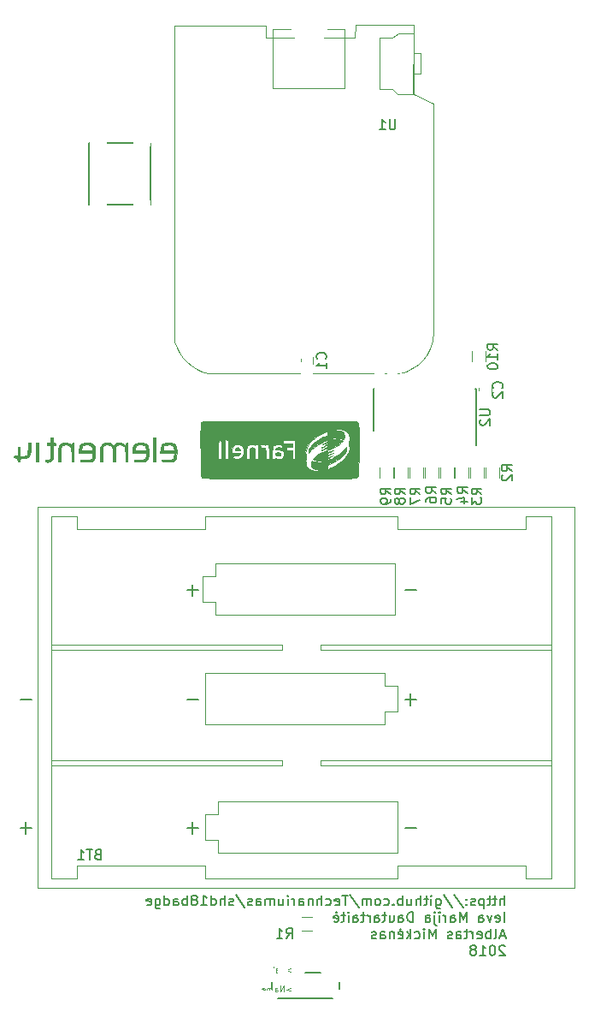
<source format=gbr>
G04 #@! TF.GenerationSoftware,KiCad,Pcbnew,no-vcs-found-bf44d39~61~ubuntu16.04.1*
G04 #@! TF.CreationDate,2018-01-11T19:38:33+02:00*
G04 #@! TF.ProjectId,shd18-badge,73686431382D62616467652E6B696361,rev?*
G04 #@! TF.SameCoordinates,Original*
G04 #@! TF.FileFunction,Legend,Bot*
G04 #@! TF.FilePolarity,Positive*
%FSLAX45Y45*%
G04 Gerber Fmt 4.5, Leading zero omitted, Abs format (unit mm)*
G04 Created by KiCad (PCBNEW no-vcs-found-bf44d39~61~ubuntu16.04.1) date Thu Jan 11 19:38:33 2018*
%MOMM*%
%LPD*%
G01*
G04 APERTURE LIST*
%ADD10C,0.150000*%
%ADD11C,0.120000*%
%ADD12C,0.127000*%
%ADD13C,0.203200*%
%ADD14C,0.100000*%
%ADD15C,0.010000*%
%ADD16C,0.048768*%
%ADD17C,0.020320*%
%ADD18R,2.400000X2.400000*%
%ADD19C,2.400000*%
%ADD20C,3.900000*%
%ADD21R,1.300000X0.900000*%
%ADD22R,1.670000X2.940000*%
%ADD23R,1.100000X1.900000*%
%ADD24R,1.400000X1.000000*%
%ADD25R,1.400000X1.200000*%
%ADD26R,1.150000X1.200000*%
%ADD27R,1.000000X1.900000*%
%ADD28C,3.600000*%
%ADD29R,0.900000X1.300000*%
%ADD30C,2.200000*%
G04 APERTURE END LIST*
D10*
X30756440Y-22277738D02*
X30756440Y-22177738D01*
X30713583Y-22277738D02*
X30713583Y-22225357D01*
X30718345Y-22215833D01*
X30727869Y-22211071D01*
X30742155Y-22211071D01*
X30751678Y-22215833D01*
X30756440Y-22220595D01*
X30680250Y-22211071D02*
X30642155Y-22211071D01*
X30665964Y-22177738D02*
X30665964Y-22263452D01*
X30661202Y-22272976D01*
X30651678Y-22277738D01*
X30642155Y-22277738D01*
X30623107Y-22211071D02*
X30585012Y-22211071D01*
X30608821Y-22177738D02*
X30608821Y-22263452D01*
X30604059Y-22272976D01*
X30594536Y-22277738D01*
X30585012Y-22277738D01*
X30551678Y-22211071D02*
X30551678Y-22311071D01*
X30551678Y-22215833D02*
X30542155Y-22211071D01*
X30523107Y-22211071D01*
X30513583Y-22215833D01*
X30508821Y-22220595D01*
X30504059Y-22230119D01*
X30504059Y-22258690D01*
X30508821Y-22268214D01*
X30513583Y-22272976D01*
X30523107Y-22277738D01*
X30542155Y-22277738D01*
X30551678Y-22272976D01*
X30465964Y-22272976D02*
X30456440Y-22277738D01*
X30437393Y-22277738D01*
X30427869Y-22272976D01*
X30423107Y-22263452D01*
X30423107Y-22258690D01*
X30427869Y-22249167D01*
X30437393Y-22244405D01*
X30451678Y-22244405D01*
X30461202Y-22239643D01*
X30465964Y-22230119D01*
X30465964Y-22225357D01*
X30461202Y-22215833D01*
X30451678Y-22211071D01*
X30437393Y-22211071D01*
X30427869Y-22215833D01*
X30380250Y-22268214D02*
X30375488Y-22272976D01*
X30380250Y-22277738D01*
X30385012Y-22272976D01*
X30380250Y-22268214D01*
X30380250Y-22277738D01*
X30380250Y-22215833D02*
X30375488Y-22220595D01*
X30380250Y-22225357D01*
X30385012Y-22220595D01*
X30380250Y-22215833D01*
X30380250Y-22225357D01*
X30261202Y-22172976D02*
X30346917Y-22301548D01*
X30156440Y-22172976D02*
X30242155Y-22301548D01*
X30080250Y-22211071D02*
X30080250Y-22292024D01*
X30085012Y-22301548D01*
X30089774Y-22306310D01*
X30099298Y-22311071D01*
X30113583Y-22311071D01*
X30123107Y-22306310D01*
X30080250Y-22272976D02*
X30089774Y-22277738D01*
X30108821Y-22277738D01*
X30118345Y-22272976D01*
X30123107Y-22268214D01*
X30127869Y-22258690D01*
X30127869Y-22230119D01*
X30123107Y-22220595D01*
X30118345Y-22215833D01*
X30108821Y-22211071D01*
X30089774Y-22211071D01*
X30080250Y-22215833D01*
X30032631Y-22277738D02*
X30032631Y-22211071D01*
X30032631Y-22177738D02*
X30037393Y-22182500D01*
X30032631Y-22187262D01*
X30027869Y-22182500D01*
X30032631Y-22177738D01*
X30032631Y-22187262D01*
X29999298Y-22211071D02*
X29961202Y-22211071D01*
X29985012Y-22177738D02*
X29985012Y-22263452D01*
X29980250Y-22272976D01*
X29970726Y-22277738D01*
X29961202Y-22277738D01*
X29927869Y-22277738D02*
X29927869Y-22177738D01*
X29885012Y-22277738D02*
X29885012Y-22225357D01*
X29889774Y-22215833D01*
X29899298Y-22211071D01*
X29913583Y-22211071D01*
X29923107Y-22215833D01*
X29927869Y-22220595D01*
X29794536Y-22211071D02*
X29794536Y-22277738D01*
X29837393Y-22211071D02*
X29837393Y-22263452D01*
X29832631Y-22272976D01*
X29823107Y-22277738D01*
X29808821Y-22277738D01*
X29799298Y-22272976D01*
X29794536Y-22268214D01*
X29746917Y-22277738D02*
X29746917Y-22177738D01*
X29746917Y-22215833D02*
X29737393Y-22211071D01*
X29718345Y-22211071D01*
X29708821Y-22215833D01*
X29704059Y-22220595D01*
X29699298Y-22230119D01*
X29699298Y-22258690D01*
X29704059Y-22268214D01*
X29708821Y-22272976D01*
X29718345Y-22277738D01*
X29737393Y-22277738D01*
X29746917Y-22272976D01*
X29656440Y-22268214D02*
X29651678Y-22272976D01*
X29656440Y-22277738D01*
X29661202Y-22272976D01*
X29656440Y-22268214D01*
X29656440Y-22277738D01*
X29565964Y-22272976D02*
X29575488Y-22277738D01*
X29594536Y-22277738D01*
X29604059Y-22272976D01*
X29608821Y-22268214D01*
X29613583Y-22258690D01*
X29613583Y-22230119D01*
X29608821Y-22220595D01*
X29604059Y-22215833D01*
X29594536Y-22211071D01*
X29575488Y-22211071D01*
X29565964Y-22215833D01*
X29508821Y-22277738D02*
X29518345Y-22272976D01*
X29523107Y-22268214D01*
X29527869Y-22258690D01*
X29527869Y-22230119D01*
X29523107Y-22220595D01*
X29518345Y-22215833D01*
X29508821Y-22211071D01*
X29494536Y-22211071D01*
X29485012Y-22215833D01*
X29480250Y-22220595D01*
X29475488Y-22230119D01*
X29475488Y-22258690D01*
X29480250Y-22268214D01*
X29485012Y-22272976D01*
X29494536Y-22277738D01*
X29508821Y-22277738D01*
X29432631Y-22277738D02*
X29432631Y-22211071D01*
X29432631Y-22220595D02*
X29427869Y-22215833D01*
X29418345Y-22211071D01*
X29404059Y-22211071D01*
X29394536Y-22215833D01*
X29389774Y-22225357D01*
X29389774Y-22277738D01*
X29389774Y-22225357D02*
X29385012Y-22215833D01*
X29375488Y-22211071D01*
X29361202Y-22211071D01*
X29351678Y-22215833D01*
X29346917Y-22225357D01*
X29346917Y-22277738D01*
X29227869Y-22172976D02*
X29313583Y-22301548D01*
X29208821Y-22177738D02*
X29151678Y-22177738D01*
X29180250Y-22277738D02*
X29180250Y-22177738D01*
X29080250Y-22272976D02*
X29089774Y-22277738D01*
X29108821Y-22277738D01*
X29118345Y-22272976D01*
X29123107Y-22263452D01*
X29123107Y-22225357D01*
X29118345Y-22215833D01*
X29108821Y-22211071D01*
X29089774Y-22211071D01*
X29080250Y-22215833D01*
X29075488Y-22225357D01*
X29075488Y-22234881D01*
X29123107Y-22244405D01*
X28989774Y-22272976D02*
X28999298Y-22277738D01*
X29018345Y-22277738D01*
X29027869Y-22272976D01*
X29032631Y-22268214D01*
X29037393Y-22258690D01*
X29037393Y-22230119D01*
X29032631Y-22220595D01*
X29027869Y-22215833D01*
X29018345Y-22211071D01*
X28999298Y-22211071D01*
X28989774Y-22215833D01*
X28946917Y-22277738D02*
X28946917Y-22177738D01*
X28904059Y-22277738D02*
X28904059Y-22225357D01*
X28908821Y-22215833D01*
X28918345Y-22211071D01*
X28932631Y-22211071D01*
X28942155Y-22215833D01*
X28946917Y-22220595D01*
X28856440Y-22211071D02*
X28856440Y-22277738D01*
X28856440Y-22220595D02*
X28851678Y-22215833D01*
X28842155Y-22211071D01*
X28827869Y-22211071D01*
X28818345Y-22215833D01*
X28813583Y-22225357D01*
X28813583Y-22277738D01*
X28723107Y-22277738D02*
X28723107Y-22225357D01*
X28727869Y-22215833D01*
X28737393Y-22211071D01*
X28756440Y-22211071D01*
X28765964Y-22215833D01*
X28723107Y-22272976D02*
X28732631Y-22277738D01*
X28756440Y-22277738D01*
X28765964Y-22272976D01*
X28770726Y-22263452D01*
X28770726Y-22253929D01*
X28765964Y-22244405D01*
X28756440Y-22239643D01*
X28732631Y-22239643D01*
X28723107Y-22234881D01*
X28675488Y-22277738D02*
X28675488Y-22211071D01*
X28675488Y-22230119D02*
X28670726Y-22220595D01*
X28665964Y-22215833D01*
X28656440Y-22211071D01*
X28646917Y-22211071D01*
X28613583Y-22277738D02*
X28613583Y-22211071D01*
X28613583Y-22177738D02*
X28618345Y-22182500D01*
X28613583Y-22187262D01*
X28608821Y-22182500D01*
X28613583Y-22177738D01*
X28613583Y-22187262D01*
X28523107Y-22211071D02*
X28523107Y-22277738D01*
X28565964Y-22211071D02*
X28565964Y-22263452D01*
X28561202Y-22272976D01*
X28551678Y-22277738D01*
X28537393Y-22277738D01*
X28527869Y-22272976D01*
X28523107Y-22268214D01*
X28475488Y-22277738D02*
X28475488Y-22211071D01*
X28475488Y-22220595D02*
X28470726Y-22215833D01*
X28461202Y-22211071D01*
X28446917Y-22211071D01*
X28437393Y-22215833D01*
X28432631Y-22225357D01*
X28432631Y-22277738D01*
X28432631Y-22225357D02*
X28427869Y-22215833D01*
X28418345Y-22211071D01*
X28404059Y-22211071D01*
X28394536Y-22215833D01*
X28389774Y-22225357D01*
X28389774Y-22277738D01*
X28299298Y-22277738D02*
X28299298Y-22225357D01*
X28304059Y-22215833D01*
X28313583Y-22211071D01*
X28332631Y-22211071D01*
X28342155Y-22215833D01*
X28299298Y-22272976D02*
X28308821Y-22277738D01*
X28332631Y-22277738D01*
X28342155Y-22272976D01*
X28346917Y-22263452D01*
X28346917Y-22253929D01*
X28342155Y-22244405D01*
X28332631Y-22239643D01*
X28308821Y-22239643D01*
X28299298Y-22234881D01*
X28256440Y-22272976D02*
X28246917Y-22277738D01*
X28227869Y-22277738D01*
X28218345Y-22272976D01*
X28213583Y-22263452D01*
X28213583Y-22258690D01*
X28218345Y-22249167D01*
X28227869Y-22244405D01*
X28242155Y-22244405D01*
X28251678Y-22239643D01*
X28256440Y-22230119D01*
X28256440Y-22225357D01*
X28251678Y-22215833D01*
X28242155Y-22211071D01*
X28227869Y-22211071D01*
X28218345Y-22215833D01*
X28099298Y-22172976D02*
X28185012Y-22301548D01*
X28070726Y-22272976D02*
X28061202Y-22277738D01*
X28042155Y-22277738D01*
X28032631Y-22272976D01*
X28027869Y-22263452D01*
X28027869Y-22258690D01*
X28032631Y-22249167D01*
X28042155Y-22244405D01*
X28056440Y-22244405D01*
X28065964Y-22239643D01*
X28070726Y-22230119D01*
X28070726Y-22225357D01*
X28065964Y-22215833D01*
X28056440Y-22211071D01*
X28042155Y-22211071D01*
X28032631Y-22215833D01*
X27985012Y-22277738D02*
X27985012Y-22177738D01*
X27942155Y-22277738D02*
X27942155Y-22225357D01*
X27946917Y-22215833D01*
X27956440Y-22211071D01*
X27970726Y-22211071D01*
X27980250Y-22215833D01*
X27985012Y-22220595D01*
X27851678Y-22277738D02*
X27851678Y-22177738D01*
X27851678Y-22272976D02*
X27861202Y-22277738D01*
X27880250Y-22277738D01*
X27889774Y-22272976D01*
X27894536Y-22268214D01*
X27899298Y-22258690D01*
X27899298Y-22230119D01*
X27894536Y-22220595D01*
X27889774Y-22215833D01*
X27880250Y-22211071D01*
X27861202Y-22211071D01*
X27851678Y-22215833D01*
X27751678Y-22277738D02*
X27808821Y-22277738D01*
X27780250Y-22277738D02*
X27780250Y-22177738D01*
X27789774Y-22192024D01*
X27799298Y-22201548D01*
X27808821Y-22206310D01*
X27694536Y-22220595D02*
X27704059Y-22215833D01*
X27708821Y-22211071D01*
X27713583Y-22201548D01*
X27713583Y-22196786D01*
X27708821Y-22187262D01*
X27704059Y-22182500D01*
X27694536Y-22177738D01*
X27675488Y-22177738D01*
X27665964Y-22182500D01*
X27661202Y-22187262D01*
X27656440Y-22196786D01*
X27656440Y-22201548D01*
X27661202Y-22211071D01*
X27665964Y-22215833D01*
X27675488Y-22220595D01*
X27694536Y-22220595D01*
X27704059Y-22225357D01*
X27708821Y-22230119D01*
X27713583Y-22239643D01*
X27713583Y-22258690D01*
X27708821Y-22268214D01*
X27704059Y-22272976D01*
X27694536Y-22277738D01*
X27675488Y-22277738D01*
X27665964Y-22272976D01*
X27661202Y-22268214D01*
X27656440Y-22258690D01*
X27656440Y-22239643D01*
X27661202Y-22230119D01*
X27665964Y-22225357D01*
X27675488Y-22220595D01*
X27613583Y-22277738D02*
X27613583Y-22177738D01*
X27613583Y-22215833D02*
X27604059Y-22211071D01*
X27585012Y-22211071D01*
X27575488Y-22215833D01*
X27570726Y-22220595D01*
X27565964Y-22230119D01*
X27565964Y-22258690D01*
X27570726Y-22268214D01*
X27575488Y-22272976D01*
X27585012Y-22277738D01*
X27604059Y-22277738D01*
X27613583Y-22272976D01*
X27480250Y-22277738D02*
X27480250Y-22225357D01*
X27485012Y-22215833D01*
X27494536Y-22211071D01*
X27513583Y-22211071D01*
X27523107Y-22215833D01*
X27480250Y-22272976D02*
X27489774Y-22277738D01*
X27513583Y-22277738D01*
X27523107Y-22272976D01*
X27527869Y-22263452D01*
X27527869Y-22253929D01*
X27523107Y-22244405D01*
X27513583Y-22239643D01*
X27489774Y-22239643D01*
X27480250Y-22234881D01*
X27389774Y-22277738D02*
X27389774Y-22177738D01*
X27389774Y-22272976D02*
X27399298Y-22277738D01*
X27418345Y-22277738D01*
X27427869Y-22272976D01*
X27432631Y-22268214D01*
X27437393Y-22258690D01*
X27437393Y-22230119D01*
X27432631Y-22220595D01*
X27427869Y-22215833D01*
X27418345Y-22211071D01*
X27399298Y-22211071D01*
X27389774Y-22215833D01*
X27299298Y-22211071D02*
X27299298Y-22292024D01*
X27304059Y-22301548D01*
X27308821Y-22306310D01*
X27318345Y-22311071D01*
X27332631Y-22311071D01*
X27342155Y-22306310D01*
X27299298Y-22272976D02*
X27308821Y-22277738D01*
X27327869Y-22277738D01*
X27337393Y-22272976D01*
X27342155Y-22268214D01*
X27346917Y-22258690D01*
X27346917Y-22230119D01*
X27342155Y-22220595D01*
X27337393Y-22215833D01*
X27327869Y-22211071D01*
X27308821Y-22211071D01*
X27299298Y-22215833D01*
X27213583Y-22272976D02*
X27223107Y-22277738D01*
X27242155Y-22277738D01*
X27251678Y-22272976D01*
X27256440Y-22263452D01*
X27256440Y-22225357D01*
X27251678Y-22215833D01*
X27242155Y-22211071D01*
X27223107Y-22211071D01*
X27213583Y-22215833D01*
X27208821Y-22225357D01*
X27208821Y-22234881D01*
X27256440Y-22244405D01*
X30756440Y-22442738D02*
X30756440Y-22342738D01*
X30670726Y-22437976D02*
X30680250Y-22442738D01*
X30699298Y-22442738D01*
X30708821Y-22437976D01*
X30713583Y-22428452D01*
X30713583Y-22390357D01*
X30708821Y-22380833D01*
X30699298Y-22376071D01*
X30680250Y-22376071D01*
X30670726Y-22380833D01*
X30665964Y-22390357D01*
X30665964Y-22399881D01*
X30713583Y-22409405D01*
X30632631Y-22376071D02*
X30608821Y-22442738D01*
X30585012Y-22376071D01*
X30504059Y-22442738D02*
X30504059Y-22390357D01*
X30508821Y-22380833D01*
X30518345Y-22376071D01*
X30537393Y-22376071D01*
X30546917Y-22380833D01*
X30504059Y-22437976D02*
X30513583Y-22442738D01*
X30537393Y-22442738D01*
X30546917Y-22437976D01*
X30551678Y-22428452D01*
X30551678Y-22418928D01*
X30546917Y-22409405D01*
X30537393Y-22404643D01*
X30513583Y-22404643D01*
X30504059Y-22399881D01*
X30380250Y-22442738D02*
X30380250Y-22342738D01*
X30346917Y-22414167D01*
X30313583Y-22342738D01*
X30313583Y-22442738D01*
X30223107Y-22442738D02*
X30223107Y-22390357D01*
X30227869Y-22380833D01*
X30237393Y-22376071D01*
X30256440Y-22376071D01*
X30265964Y-22380833D01*
X30223107Y-22437976D02*
X30232631Y-22442738D01*
X30256440Y-22442738D01*
X30265964Y-22437976D01*
X30270726Y-22428452D01*
X30270726Y-22418928D01*
X30265964Y-22409405D01*
X30256440Y-22404643D01*
X30232631Y-22404643D01*
X30223107Y-22399881D01*
X30175488Y-22442738D02*
X30175488Y-22376071D01*
X30175488Y-22395119D02*
X30170726Y-22385595D01*
X30165964Y-22380833D01*
X30156440Y-22376071D01*
X30146917Y-22376071D01*
X30113583Y-22442738D02*
X30113583Y-22376071D01*
X30113583Y-22342738D02*
X30118345Y-22347500D01*
X30113583Y-22352262D01*
X30108821Y-22347500D01*
X30113583Y-22342738D01*
X30113583Y-22352262D01*
X30065964Y-22376071D02*
X30065964Y-22461786D01*
X30070726Y-22471309D01*
X30080250Y-22476071D01*
X30085012Y-22476071D01*
X30065964Y-22342738D02*
X30070726Y-22347500D01*
X30065964Y-22352262D01*
X30061202Y-22347500D01*
X30065964Y-22342738D01*
X30065964Y-22352262D01*
X29975488Y-22442738D02*
X29975488Y-22390357D01*
X29980250Y-22380833D01*
X29989774Y-22376071D01*
X30008821Y-22376071D01*
X30018345Y-22380833D01*
X29975488Y-22437976D02*
X29985012Y-22442738D01*
X30008821Y-22442738D01*
X30018345Y-22437976D01*
X30023107Y-22428452D01*
X30023107Y-22418928D01*
X30018345Y-22409405D01*
X30008821Y-22404643D01*
X29985012Y-22404643D01*
X29975488Y-22399881D01*
X29851678Y-22442738D02*
X29851678Y-22342738D01*
X29827869Y-22342738D01*
X29813583Y-22347500D01*
X29804059Y-22357024D01*
X29799298Y-22366548D01*
X29794536Y-22385595D01*
X29794536Y-22399881D01*
X29799298Y-22418928D01*
X29804059Y-22428452D01*
X29813583Y-22437976D01*
X29827869Y-22442738D01*
X29851678Y-22442738D01*
X29708821Y-22442738D02*
X29708821Y-22390357D01*
X29713583Y-22380833D01*
X29723107Y-22376071D01*
X29742155Y-22376071D01*
X29751678Y-22380833D01*
X29708821Y-22437976D02*
X29718345Y-22442738D01*
X29742155Y-22442738D01*
X29751678Y-22437976D01*
X29756440Y-22428452D01*
X29756440Y-22418928D01*
X29751678Y-22409405D01*
X29742155Y-22404643D01*
X29718345Y-22404643D01*
X29708821Y-22399881D01*
X29618345Y-22376071D02*
X29618345Y-22442738D01*
X29661202Y-22376071D02*
X29661202Y-22428452D01*
X29656440Y-22437976D01*
X29646917Y-22442738D01*
X29632631Y-22442738D01*
X29623107Y-22437976D01*
X29618345Y-22433214D01*
X29585012Y-22376071D02*
X29546917Y-22376071D01*
X29570726Y-22342738D02*
X29570726Y-22428452D01*
X29565964Y-22437976D01*
X29556440Y-22442738D01*
X29546917Y-22442738D01*
X29470726Y-22442738D02*
X29470726Y-22390357D01*
X29475488Y-22380833D01*
X29485012Y-22376071D01*
X29504059Y-22376071D01*
X29513583Y-22380833D01*
X29470726Y-22437976D02*
X29480250Y-22442738D01*
X29504059Y-22442738D01*
X29513583Y-22437976D01*
X29518345Y-22428452D01*
X29518345Y-22418928D01*
X29513583Y-22409405D01*
X29504059Y-22404643D01*
X29480250Y-22404643D01*
X29470726Y-22399881D01*
X29423107Y-22442738D02*
X29423107Y-22376071D01*
X29423107Y-22395119D02*
X29418345Y-22385595D01*
X29413583Y-22380833D01*
X29404059Y-22376071D01*
X29394536Y-22376071D01*
X29375488Y-22376071D02*
X29337393Y-22376071D01*
X29361202Y-22342738D02*
X29361202Y-22428452D01*
X29356440Y-22437976D01*
X29346917Y-22442738D01*
X29337393Y-22442738D01*
X29261202Y-22442738D02*
X29261202Y-22390357D01*
X29265964Y-22380833D01*
X29275488Y-22376071D01*
X29294536Y-22376071D01*
X29304059Y-22380833D01*
X29261202Y-22437976D02*
X29270726Y-22442738D01*
X29294536Y-22442738D01*
X29304059Y-22437976D01*
X29308821Y-22428452D01*
X29308821Y-22418928D01*
X29304059Y-22409405D01*
X29294536Y-22404643D01*
X29270726Y-22404643D01*
X29261202Y-22399881D01*
X29213583Y-22442738D02*
X29213583Y-22376071D01*
X29213583Y-22342738D02*
X29218345Y-22347500D01*
X29213583Y-22352262D01*
X29208821Y-22347500D01*
X29213583Y-22342738D01*
X29213583Y-22352262D01*
X29180250Y-22376071D02*
X29142155Y-22376071D01*
X29165964Y-22342738D02*
X29165964Y-22428452D01*
X29161202Y-22437976D01*
X29151678Y-22442738D01*
X29142155Y-22442738D01*
X29070726Y-22437976D02*
X29080250Y-22442738D01*
X29099298Y-22442738D01*
X29108821Y-22437976D01*
X29113583Y-22428452D01*
X29113583Y-22390357D01*
X29108821Y-22380833D01*
X29099298Y-22376071D01*
X29080250Y-22376071D01*
X29070726Y-22380833D01*
X29065964Y-22390357D01*
X29065964Y-22399881D01*
X29113583Y-22409405D01*
X29089774Y-22342738D02*
X29094536Y-22347500D01*
X29089774Y-22352262D01*
X29085012Y-22347500D01*
X29089774Y-22342738D01*
X29089774Y-22352262D01*
X30761202Y-22579167D02*
X30713583Y-22579167D01*
X30770726Y-22607738D02*
X30737393Y-22507738D01*
X30704059Y-22607738D01*
X30656440Y-22607738D02*
X30665964Y-22602976D01*
X30670726Y-22593452D01*
X30670726Y-22507738D01*
X30618345Y-22607738D02*
X30618345Y-22507738D01*
X30618345Y-22545833D02*
X30608821Y-22541071D01*
X30589774Y-22541071D01*
X30580250Y-22545833D01*
X30575488Y-22550595D01*
X30570726Y-22560119D01*
X30570726Y-22588690D01*
X30575488Y-22598214D01*
X30580250Y-22602976D01*
X30589774Y-22607738D01*
X30608821Y-22607738D01*
X30618345Y-22602976D01*
X30489774Y-22602976D02*
X30499298Y-22607738D01*
X30518345Y-22607738D01*
X30527869Y-22602976D01*
X30532631Y-22593452D01*
X30532631Y-22555357D01*
X30527869Y-22545833D01*
X30518345Y-22541071D01*
X30499298Y-22541071D01*
X30489774Y-22545833D01*
X30485012Y-22555357D01*
X30485012Y-22564881D01*
X30532631Y-22574405D01*
X30442155Y-22607738D02*
X30442155Y-22541071D01*
X30442155Y-22560119D02*
X30437393Y-22550595D01*
X30432631Y-22545833D01*
X30423107Y-22541071D01*
X30413583Y-22541071D01*
X30394536Y-22541071D02*
X30356440Y-22541071D01*
X30380250Y-22507738D02*
X30380250Y-22593452D01*
X30375488Y-22602976D01*
X30365964Y-22607738D01*
X30356440Y-22607738D01*
X30280250Y-22607738D02*
X30280250Y-22555357D01*
X30285012Y-22545833D01*
X30294536Y-22541071D01*
X30313583Y-22541071D01*
X30323107Y-22545833D01*
X30280250Y-22602976D02*
X30289774Y-22607738D01*
X30313583Y-22607738D01*
X30323107Y-22602976D01*
X30327869Y-22593452D01*
X30327869Y-22583928D01*
X30323107Y-22574405D01*
X30313583Y-22569643D01*
X30289774Y-22569643D01*
X30280250Y-22564881D01*
X30237393Y-22602976D02*
X30227869Y-22607738D01*
X30208821Y-22607738D01*
X30199298Y-22602976D01*
X30194536Y-22593452D01*
X30194536Y-22588690D01*
X30199298Y-22579167D01*
X30208821Y-22574405D01*
X30223107Y-22574405D01*
X30232631Y-22569643D01*
X30237393Y-22560119D01*
X30237393Y-22555357D01*
X30232631Y-22545833D01*
X30223107Y-22541071D01*
X30208821Y-22541071D01*
X30199298Y-22545833D01*
X30075488Y-22607738D02*
X30075488Y-22507738D01*
X30042155Y-22579167D01*
X30008821Y-22507738D01*
X30008821Y-22607738D01*
X29961202Y-22607738D02*
X29961202Y-22541071D01*
X29961202Y-22507738D02*
X29965964Y-22512500D01*
X29961202Y-22517262D01*
X29956440Y-22512500D01*
X29961202Y-22507738D01*
X29961202Y-22517262D01*
X29870726Y-22602976D02*
X29880250Y-22607738D01*
X29899298Y-22607738D01*
X29908821Y-22602976D01*
X29913583Y-22598214D01*
X29918345Y-22588690D01*
X29918345Y-22560119D01*
X29913583Y-22550595D01*
X29908821Y-22545833D01*
X29899298Y-22541071D01*
X29880250Y-22541071D01*
X29870726Y-22545833D01*
X29827869Y-22607738D02*
X29827869Y-22507738D01*
X29818345Y-22569643D02*
X29789774Y-22607738D01*
X29789774Y-22541071D02*
X29827869Y-22579167D01*
X29708821Y-22602976D02*
X29718345Y-22607738D01*
X29737393Y-22607738D01*
X29746917Y-22602976D01*
X29751678Y-22593452D01*
X29751678Y-22555357D01*
X29746917Y-22545833D01*
X29737393Y-22541071D01*
X29718345Y-22541071D01*
X29708821Y-22545833D01*
X29704059Y-22555357D01*
X29704059Y-22564881D01*
X29751678Y-22574405D01*
X29727869Y-22507738D02*
X29732631Y-22512500D01*
X29727869Y-22517262D01*
X29723107Y-22512500D01*
X29727869Y-22507738D01*
X29727869Y-22517262D01*
X29661202Y-22541071D02*
X29661202Y-22607738D01*
X29661202Y-22550595D02*
X29656440Y-22545833D01*
X29646917Y-22541071D01*
X29632631Y-22541071D01*
X29623107Y-22545833D01*
X29618345Y-22555357D01*
X29618345Y-22607738D01*
X29527869Y-22607738D02*
X29527869Y-22555357D01*
X29532631Y-22545833D01*
X29542155Y-22541071D01*
X29561202Y-22541071D01*
X29570726Y-22545833D01*
X29527869Y-22602976D02*
X29537393Y-22607738D01*
X29561202Y-22607738D01*
X29570726Y-22602976D01*
X29575488Y-22593452D01*
X29575488Y-22583928D01*
X29570726Y-22574405D01*
X29561202Y-22569643D01*
X29537393Y-22569643D01*
X29527869Y-22564881D01*
X29485012Y-22602976D02*
X29475488Y-22607738D01*
X29456440Y-22607738D01*
X29446917Y-22602976D01*
X29442155Y-22593452D01*
X29442155Y-22588690D01*
X29446917Y-22579167D01*
X29456440Y-22574405D01*
X29470726Y-22574405D01*
X29480250Y-22569643D01*
X29485012Y-22560119D01*
X29485012Y-22555357D01*
X29480250Y-22545833D01*
X29470726Y-22541071D01*
X29456440Y-22541071D01*
X29446917Y-22545833D01*
X30761202Y-22682262D02*
X30756440Y-22677500D01*
X30746917Y-22672738D01*
X30723107Y-22672738D01*
X30713583Y-22677500D01*
X30708821Y-22682262D01*
X30704059Y-22691786D01*
X30704059Y-22701309D01*
X30708821Y-22715595D01*
X30765964Y-22772738D01*
X30704059Y-22772738D01*
X30642155Y-22672738D02*
X30632631Y-22672738D01*
X30623107Y-22677500D01*
X30618345Y-22682262D01*
X30613583Y-22691786D01*
X30608821Y-22710833D01*
X30608821Y-22734643D01*
X30613583Y-22753690D01*
X30618345Y-22763214D01*
X30623107Y-22767976D01*
X30632631Y-22772738D01*
X30642155Y-22772738D01*
X30651678Y-22767976D01*
X30656440Y-22763214D01*
X30661202Y-22753690D01*
X30665964Y-22734643D01*
X30665964Y-22710833D01*
X30661202Y-22691786D01*
X30656440Y-22682262D01*
X30651678Y-22677500D01*
X30642155Y-22672738D01*
X30513583Y-22772738D02*
X30570726Y-22772738D01*
X30542155Y-22772738D02*
X30542155Y-22672738D01*
X30551678Y-22687024D01*
X30561202Y-22696548D01*
X30570726Y-22701309D01*
X30456440Y-22715595D02*
X30465964Y-22710833D01*
X30470726Y-22706071D01*
X30475488Y-22696548D01*
X30475488Y-22691786D01*
X30470726Y-22682262D01*
X30465964Y-22677500D01*
X30456440Y-22672738D01*
X30437393Y-22672738D01*
X30427869Y-22677500D01*
X30423107Y-22682262D01*
X30418345Y-22691786D01*
X30418345Y-22696548D01*
X30423107Y-22706071D01*
X30427869Y-22710833D01*
X30437393Y-22715595D01*
X30456440Y-22715595D01*
X30465964Y-22720357D01*
X30470726Y-22725119D01*
X30475488Y-22734643D01*
X30475488Y-22753690D01*
X30470726Y-22763214D01*
X30465964Y-22767976D01*
X30456440Y-22772738D01*
X30437393Y-22772738D01*
X30427869Y-22767976D01*
X30423107Y-22763214D01*
X30418345Y-22753690D01*
X30418345Y-22734643D01*
X30423107Y-22725119D01*
X30427869Y-22720357D01*
X30437393Y-22715595D01*
D11*
X31450000Y-18335000D02*
X31450000Y-22105000D01*
X26130000Y-18335000D02*
X31450000Y-18335000D01*
X26130000Y-22105000D02*
X26130000Y-18335000D01*
X31450000Y-22105000D02*
X26130000Y-22105000D01*
X28940000Y-19696600D02*
X31226000Y-19696600D01*
X28940000Y-19747400D02*
X28940000Y-19696600D01*
X31226000Y-19747400D02*
X28940000Y-19747400D01*
X28559000Y-19696600D02*
X26273000Y-19696600D01*
X28559000Y-19747400D02*
X28559000Y-19696600D01*
X26273000Y-19747400D02*
X28559000Y-19747400D01*
X29676600Y-19404500D02*
X29676600Y-19277500D01*
X27898600Y-19404500D02*
X29676600Y-19404500D01*
X27898600Y-19277500D02*
X27898600Y-19404500D01*
X27771600Y-19277500D02*
X27898600Y-19277500D01*
X27771600Y-19023500D02*
X27771600Y-19277500D01*
X27898600Y-19023500D02*
X27771600Y-19023500D01*
X27898600Y-18896500D02*
X27898600Y-19023500D01*
X29676600Y-18896500D02*
X27898600Y-18896500D01*
X29676600Y-19277500D02*
X29676600Y-18896500D01*
X29676600Y-19277500D02*
X29676600Y-18896500D01*
X29676600Y-18896500D02*
X27898600Y-18896500D01*
X27898600Y-18896500D02*
X27898600Y-19023500D01*
X27898600Y-19023500D02*
X27771600Y-19023500D01*
X27771600Y-19023500D02*
X27771600Y-19277500D01*
X27771600Y-19277500D02*
X27898600Y-19277500D01*
X27898600Y-19277500D02*
X27898600Y-19404500D01*
X27898600Y-19404500D02*
X29676600Y-19404500D01*
X29676600Y-19404500D02*
X29676600Y-19277500D01*
X29702000Y-21754000D02*
X29702000Y-21627000D01*
X27924000Y-21754000D02*
X29702000Y-21754000D01*
X27924000Y-21627000D02*
X27924000Y-21754000D01*
X27797000Y-21627000D02*
X27924000Y-21627000D01*
X27797000Y-21373000D02*
X27797000Y-21627000D01*
X27924000Y-21373000D02*
X27797000Y-21373000D01*
X27924000Y-21246000D02*
X27924000Y-21373000D01*
X29702000Y-21246000D02*
X27924000Y-21246000D01*
X29702000Y-21627000D02*
X29702000Y-21246000D01*
X26273000Y-19722000D02*
X26273000Y-18432950D01*
X31226000Y-19722000D02*
X31226000Y-18432000D01*
X27797000Y-19976000D02*
X27797000Y-20484000D01*
X27797000Y-20484000D02*
X29575000Y-20484000D01*
X29575000Y-20484000D02*
X29575000Y-20357000D01*
X29575000Y-20357000D02*
X29702000Y-20357000D01*
X29702000Y-20357000D02*
X29702000Y-20103000D01*
X29702000Y-20103000D02*
X29575000Y-20103000D01*
X29575000Y-20103000D02*
X29575000Y-19976000D01*
X29575000Y-19976000D02*
X27797000Y-19976000D01*
X29702000Y-21627000D02*
X29702000Y-21246000D01*
X29702000Y-21246000D02*
X27924000Y-21246000D01*
X27924000Y-21246000D02*
X27924000Y-21373000D01*
X27924000Y-21373000D02*
X27797000Y-21373000D01*
X27797000Y-21373000D02*
X27797000Y-21627000D01*
X27797000Y-21627000D02*
X27924000Y-21627000D01*
X27924000Y-21627000D02*
X27924000Y-21754000D01*
X27924000Y-21754000D02*
X29702000Y-21754000D01*
X29702000Y-21754000D02*
X29702000Y-21627000D01*
X26273000Y-20890400D02*
X28559000Y-20890400D01*
X28559000Y-20890400D02*
X28559000Y-20839600D01*
X28559000Y-20839600D02*
X26273000Y-20839600D01*
X31226000Y-20890400D02*
X28940000Y-20890400D01*
X28940000Y-20890400D02*
X28940000Y-20839600D01*
X28940000Y-20839600D02*
X31226000Y-20839600D01*
X27797000Y-18559000D02*
X27797000Y-18432000D01*
X27797000Y-18432000D02*
X29702000Y-18432000D01*
X29702000Y-18432000D02*
X29702000Y-18559000D01*
X30972000Y-21881000D02*
X29702000Y-21881000D01*
X29702000Y-21881000D02*
X29702000Y-22008000D01*
X29702000Y-22008000D02*
X27797000Y-22008000D01*
X27797000Y-22008000D02*
X27797000Y-21881000D01*
X30972000Y-18559000D02*
X29702000Y-18559000D01*
X26527000Y-21881000D02*
X27797000Y-21881000D01*
X26527000Y-21881000D02*
X26527000Y-22008000D01*
X26527000Y-22008000D02*
X26273000Y-22008000D01*
X26273000Y-22008000D02*
X26273000Y-19722000D01*
X26273000Y-18432950D02*
X26527000Y-18432950D01*
X26527000Y-18432950D02*
X26527000Y-18559000D01*
X26527000Y-18559000D02*
X27797000Y-18559000D01*
X31226000Y-22008000D02*
X30972000Y-22008000D01*
X30972000Y-22008000D02*
X30972000Y-21881000D01*
X31226000Y-22008000D02*
X31226000Y-19722000D01*
X31226000Y-18432000D02*
X30972000Y-18432000D01*
X30972000Y-18432000D02*
X30972000Y-18559000D01*
X30568000Y-16900000D02*
X30568000Y-16800000D01*
X30432000Y-16800000D02*
X30432000Y-16900000D01*
D12*
X26645200Y-14735200D02*
X26645200Y-15344800D01*
X26645200Y-15344800D02*
X27254800Y-15344800D01*
X27254800Y-15344800D02*
X27254800Y-14735200D01*
X27254800Y-14735200D02*
X26645200Y-14735200D01*
D13*
X28450000Y-23100000D02*
X28450000Y-23040000D01*
X29120000Y-23100000D02*
X29120000Y-23040000D01*
X29055000Y-23200000D02*
X28515000Y-23200000D01*
X28935000Y-22940000D02*
X28785000Y-22940000D01*
D11*
X28740000Y-16855000D02*
X28740000Y-16925000D01*
X28860000Y-16925000D02*
X28860000Y-16855000D01*
X30505962Y-17144853D02*
X30505962Y-17214853D01*
X30625962Y-17214853D02*
X30625962Y-17144853D01*
D10*
X30472956Y-17587440D02*
X30472956Y-17724940D01*
X29460456Y-17587440D02*
X29460456Y-17172440D01*
X30475456Y-17587440D02*
X30475456Y-17172440D01*
X29460456Y-17587440D02*
X29470956Y-17587440D01*
X29460456Y-17172440D02*
X29470956Y-17172440D01*
X30475456Y-17172440D02*
X30464956Y-17172440D01*
X30475456Y-17587440D02*
X30472956Y-17587440D01*
D11*
X29667962Y-17949853D02*
X29667962Y-18049853D01*
X29803962Y-18049853D02*
X29803962Y-17949853D01*
X29953962Y-18049853D02*
X29953962Y-17949853D01*
X29817962Y-17949853D02*
X29817962Y-18049853D01*
X29967962Y-17949853D02*
X29967962Y-18049853D01*
X30103962Y-18049853D02*
X30103962Y-17949853D01*
X30253962Y-18049853D02*
X30253962Y-17949853D01*
X30117962Y-17949853D02*
X30117962Y-18049853D01*
X30267962Y-17949853D02*
X30267962Y-18049853D01*
X30403962Y-18049853D02*
X30403962Y-17949853D01*
X30553962Y-18049853D02*
X30553962Y-17949853D01*
X30417962Y-17949853D02*
X30417962Y-18049853D01*
X30572000Y-17950000D02*
X30572000Y-18050000D01*
X30708000Y-18050000D02*
X30708000Y-17950000D01*
X28850000Y-22392000D02*
X28750000Y-22392000D01*
X28750000Y-22528000D02*
X28850000Y-22528000D01*
X29653962Y-18049853D02*
X29653962Y-17949853D01*
X29517962Y-17949853D02*
X29517962Y-18049853D01*
D14*
X29923152Y-13852307D02*
X29861416Y-13852307D01*
X29923152Y-14051626D02*
X29923152Y-13852307D01*
X29857888Y-14051626D02*
X29923152Y-14051626D01*
X29859652Y-13651223D02*
X29854360Y-14259765D01*
X29702666Y-13651223D02*
X29859652Y-13651223D01*
X29649749Y-13700612D02*
X29702666Y-13651223D01*
X29520985Y-13700612D02*
X29649749Y-13700612D01*
X29520985Y-14206848D02*
X29520985Y-13700612D01*
X29646221Y-14206848D02*
X29520985Y-14206848D01*
X29699138Y-14259765D02*
X29646221Y-14206848D01*
X29854360Y-14259765D02*
X29699138Y-14259765D01*
X28462035Y-13613481D02*
X28462035Y-14194855D01*
X29175993Y-13613481D02*
X28462035Y-13613481D01*
X29175993Y-14194855D02*
X29175993Y-13613481D01*
X28462035Y-14194855D02*
X29175993Y-14194855D01*
X29863248Y-14257582D02*
X29860269Y-13576748D01*
X30057603Y-14353671D02*
X29863248Y-14257582D01*
X30055108Y-16609181D02*
X30057603Y-14353671D01*
X30043548Y-16698457D02*
X30055108Y-16609181D01*
X30020712Y-16773961D02*
X30043548Y-16698457D01*
X29987959Y-16837146D02*
X30020712Y-16773961D01*
X29946650Y-16889466D02*
X29987959Y-16837146D01*
X29898144Y-16932374D02*
X29946650Y-16889466D01*
X29843802Y-16967326D02*
X29898144Y-16932374D01*
X29784982Y-16995774D02*
X29843802Y-16967326D01*
X29723046Y-17019173D02*
X29784982Y-16995774D01*
X27819255Y-17016298D02*
X29723046Y-17019173D01*
X27759475Y-16997731D02*
X27819255Y-17016298D01*
X27705056Y-16973038D02*
X27759475Y-16997731D01*
X27655949Y-16942274D02*
X27705056Y-16973038D01*
X27612105Y-16905495D02*
X27655949Y-16942274D01*
X27573475Y-16862758D02*
X27612105Y-16905495D01*
X27540010Y-16814117D02*
X27573475Y-16862758D01*
X27511662Y-16759629D02*
X27540010Y-16814117D01*
X27488380Y-16699349D02*
X27511662Y-16759629D01*
X27486981Y-13582334D02*
X27488380Y-16699349D01*
X28395060Y-13579726D02*
X27486981Y-13582334D01*
X28394863Y-13699952D02*
X28395060Y-13579726D01*
X29277985Y-13700620D02*
X28394863Y-13699952D01*
X29280618Y-13572277D02*
X29277985Y-13700620D01*
X29861747Y-13572277D02*
X29280618Y-13572277D01*
D15*
G36*
X28105293Y-17749434D02*
X28095919Y-17754391D01*
X28089471Y-17763583D01*
X28089108Y-17764561D01*
X28086799Y-17771496D01*
X28085778Y-17775183D01*
X28085775Y-17775236D01*
X28088715Y-17775725D01*
X28096592Y-17776105D01*
X28107997Y-17776321D01*
X28114564Y-17776350D01*
X28128129Y-17776287D01*
X28136472Y-17775898D01*
X28140722Y-17774881D01*
X28142006Y-17772935D01*
X28141452Y-17769758D01*
X28141295Y-17769206D01*
X28135595Y-17758597D01*
X28126669Y-17751673D01*
X28116056Y-17748574D01*
X28105293Y-17749434D01*
X28105293Y-17749434D01*
G37*
X28105293Y-17749434D02*
X28095919Y-17754391D01*
X28089471Y-17763583D01*
X28089108Y-17764561D01*
X28086799Y-17771496D01*
X28085778Y-17775183D01*
X28085775Y-17775236D01*
X28088715Y-17775725D01*
X28096592Y-17776105D01*
X28107997Y-17776321D01*
X28114564Y-17776350D01*
X28128129Y-17776287D01*
X28136472Y-17775898D01*
X28140722Y-17774881D01*
X28142006Y-17772935D01*
X28141452Y-17769758D01*
X28141295Y-17769206D01*
X28135595Y-17758597D01*
X28126669Y-17751673D01*
X28116056Y-17748574D01*
X28105293Y-17749434D01*
G36*
X28496144Y-17800576D02*
X28491009Y-17803479D01*
X28489114Y-17809728D01*
X28489000Y-17813151D01*
X28490281Y-17821569D01*
X28495322Y-17826924D01*
X28498367Y-17828656D01*
X28507972Y-17831945D01*
X28518886Y-17833320D01*
X28528792Y-17832726D01*
X28535371Y-17830110D01*
X28535935Y-17829531D01*
X28539943Y-17819889D01*
X28540176Y-17810991D01*
X28536856Y-17805425D01*
X28528888Y-17801308D01*
X28517885Y-17799021D01*
X28505460Y-17798944D01*
X28496144Y-17800576D01*
X28496144Y-17800576D01*
G37*
X28496144Y-17800576D02*
X28491009Y-17803479D01*
X28489114Y-17809728D01*
X28489000Y-17813151D01*
X28490281Y-17821569D01*
X28495322Y-17826924D01*
X28498367Y-17828656D01*
X28507972Y-17831945D01*
X28518886Y-17833320D01*
X28528792Y-17832726D01*
X28535371Y-17830110D01*
X28535935Y-17829531D01*
X28539943Y-17819889D01*
X28540176Y-17810991D01*
X28536856Y-17805425D01*
X28528888Y-17801308D01*
X28517885Y-17799021D01*
X28505460Y-17798944D01*
X28496144Y-17800576D01*
G36*
X29057325Y-17803338D02*
X29058912Y-17804925D01*
X29060500Y-17803338D01*
X29058912Y-17801750D01*
X29057325Y-17803338D01*
X29057325Y-17803338D01*
G37*
X29057325Y-17803338D02*
X29058912Y-17804925D01*
X29060500Y-17803338D01*
X29058912Y-17801750D01*
X29057325Y-17803338D01*
G36*
X29050975Y-17806513D02*
X29052562Y-17808100D01*
X29054150Y-17806513D01*
X29052562Y-17804925D01*
X29050975Y-17806513D01*
X29050975Y-17806513D01*
G37*
X29050975Y-17806513D02*
X29052562Y-17808100D01*
X29054150Y-17806513D01*
X29052562Y-17804925D01*
X29050975Y-17806513D01*
G36*
X28962075Y-17714438D02*
X28963662Y-17716025D01*
X28965250Y-17714438D01*
X28963662Y-17712850D01*
X28962075Y-17714438D01*
X28962075Y-17714438D01*
G37*
X28962075Y-17714438D02*
X28963662Y-17716025D01*
X28965250Y-17714438D01*
X28963662Y-17712850D01*
X28962075Y-17714438D01*
G36*
X28955725Y-17717613D02*
X28957312Y-17719200D01*
X28958900Y-17717613D01*
X28957312Y-17716025D01*
X28955725Y-17717613D01*
X28955725Y-17717613D01*
G37*
X28955725Y-17717613D02*
X28957312Y-17719200D01*
X28958900Y-17717613D01*
X28957312Y-17716025D01*
X28955725Y-17717613D01*
G36*
X28946200Y-17749363D02*
X28947787Y-17750950D01*
X28949375Y-17749363D01*
X28947787Y-17747775D01*
X28946200Y-17749363D01*
X28946200Y-17749363D01*
G37*
X28946200Y-17749363D02*
X28947787Y-17750950D01*
X28949375Y-17749363D01*
X28947787Y-17747775D01*
X28946200Y-17749363D01*
G36*
X28952550Y-17771588D02*
X28954137Y-17773175D01*
X28955725Y-17771588D01*
X28954137Y-17770000D01*
X28952550Y-17771588D01*
X28952550Y-17771588D01*
G37*
X28952550Y-17771588D02*
X28954137Y-17773175D01*
X28955725Y-17771588D01*
X28954137Y-17770000D01*
X28952550Y-17771588D01*
G36*
X28946200Y-17774763D02*
X28947787Y-17776350D01*
X28949375Y-17774763D01*
X28947787Y-17773175D01*
X28946200Y-17774763D01*
X28946200Y-17774763D01*
G37*
X28946200Y-17774763D02*
X28947787Y-17776350D01*
X28949375Y-17774763D01*
X28947787Y-17773175D01*
X28946200Y-17774763D01*
G36*
X26037644Y-17748569D02*
X26037164Y-17774255D01*
X26035773Y-17794301D01*
X26033064Y-17809397D01*
X26028626Y-17820231D01*
X26022051Y-17827495D01*
X26012931Y-17831877D01*
X26000855Y-17834067D01*
X25986535Y-17834743D01*
X25960112Y-17835088D01*
X25960112Y-17747769D01*
X25948206Y-17747772D01*
X25936300Y-17747775D01*
X25936300Y-17834088D01*
X25918967Y-17833000D01*
X25908995Y-17832576D01*
X25903705Y-17833328D01*
X25901455Y-17835873D01*
X25900711Y-17839850D01*
X25900738Y-17844487D01*
X25903130Y-17847360D01*
X25909316Y-17849436D01*
X25917250Y-17851042D01*
X25934712Y-17854296D01*
X25936617Y-17890650D01*
X25948609Y-17890650D01*
X25956377Y-17890294D01*
X25959447Y-17888244D01*
X25959469Y-17883023D01*
X25959208Y-17881166D01*
X25958849Y-17871278D01*
X25959819Y-17863703D01*
X25961187Y-17859684D01*
X25963742Y-17857305D01*
X25968915Y-17856136D01*
X25978134Y-17855746D01*
X25986367Y-17855707D01*
X26007479Y-17854771D01*
X26023731Y-17851757D01*
X26036377Y-17846306D01*
X26046155Y-17838580D01*
X26052066Y-17831710D01*
X26056484Y-17823881D01*
X26059611Y-17814094D01*
X26061646Y-17801347D01*
X26062791Y-17784641D01*
X26063248Y-17762976D01*
X26063282Y-17753331D01*
X26063300Y-17703325D01*
X26037900Y-17703325D01*
X26037644Y-17748569D01*
X26037644Y-17748569D01*
G37*
X26037644Y-17748569D02*
X26037164Y-17774255D01*
X26035773Y-17794301D01*
X26033064Y-17809397D01*
X26028626Y-17820231D01*
X26022051Y-17827495D01*
X26012931Y-17831877D01*
X26000855Y-17834067D01*
X25986535Y-17834743D01*
X25960112Y-17835088D01*
X25960112Y-17747769D01*
X25948206Y-17747772D01*
X25936300Y-17747775D01*
X25936300Y-17834088D01*
X25918967Y-17833000D01*
X25908995Y-17832576D01*
X25903705Y-17833328D01*
X25901455Y-17835873D01*
X25900711Y-17839850D01*
X25900738Y-17844487D01*
X25903130Y-17847360D01*
X25909316Y-17849436D01*
X25917250Y-17851042D01*
X25934712Y-17854296D01*
X25936617Y-17890650D01*
X25948609Y-17890650D01*
X25956377Y-17890294D01*
X25959447Y-17888244D01*
X25959469Y-17883023D01*
X25959208Y-17881166D01*
X25958849Y-17871278D01*
X25959819Y-17863703D01*
X25961187Y-17859684D01*
X25963742Y-17857305D01*
X25968915Y-17856136D01*
X25978134Y-17855746D01*
X25986367Y-17855707D01*
X26007479Y-17854771D01*
X26023731Y-17851757D01*
X26036377Y-17846306D01*
X26046155Y-17838580D01*
X26052066Y-17831710D01*
X26056484Y-17823881D01*
X26059611Y-17814094D01*
X26061646Y-17801347D01*
X26062791Y-17784641D01*
X26063248Y-17762976D01*
X26063282Y-17753331D01*
X26063300Y-17703325D01*
X26037900Y-17703325D01*
X26037644Y-17748569D01*
G36*
X26117275Y-17890650D02*
X26142841Y-17890650D01*
X26142320Y-17703325D01*
X26117275Y-17703325D01*
X26117275Y-17890650D01*
X26117275Y-17890650D01*
G37*
X26117275Y-17890650D02*
X26142841Y-17890650D01*
X26142320Y-17703325D01*
X26117275Y-17703325D01*
X26117275Y-17890650D01*
G36*
X26384317Y-17705697D02*
X26369223Y-17708916D01*
X26363337Y-17711263D01*
X26356594Y-17715259D01*
X26351254Y-17720242D01*
X26347156Y-17726950D01*
X26344141Y-17736122D01*
X26342048Y-17748494D01*
X26340715Y-17764806D01*
X26339982Y-17785796D01*
X26339688Y-17812203D01*
X26339664Y-17820006D01*
X26339525Y-17890650D01*
X26364925Y-17890650D01*
X26364925Y-17818909D01*
X26364981Y-17795127D01*
X26365189Y-17776837D01*
X26365604Y-17763182D01*
X26366285Y-17753302D01*
X26367289Y-17746342D01*
X26368672Y-17741442D01*
X26370319Y-17738037D01*
X26378892Y-17729335D01*
X26391303Y-17724100D01*
X26406147Y-17722214D01*
X26422016Y-17723561D01*
X26437507Y-17728024D01*
X26451213Y-17735486D01*
X26461577Y-17745618D01*
X26463756Y-17749023D01*
X26465416Y-17753074D01*
X26466643Y-17758672D01*
X26467528Y-17766720D01*
X26468158Y-17778119D01*
X26468622Y-17793770D01*
X26469008Y-17814577D01*
X26469132Y-17822611D01*
X26470152Y-17890650D01*
X26493512Y-17890650D01*
X26493512Y-17706500D01*
X26483194Y-17706500D01*
X26476271Y-17707049D01*
X26473432Y-17709987D01*
X26472875Y-17717254D01*
X26472875Y-17717613D01*
X26471773Y-17725417D01*
X26469114Y-17728682D01*
X26465867Y-17726693D01*
X26464446Y-17723827D01*
X26460658Y-17719460D01*
X26453282Y-17714132D01*
X26449465Y-17711930D01*
X26436828Y-17707539D01*
X26420303Y-17705025D01*
X26402071Y-17704406D01*
X26384317Y-17705697D01*
X26384317Y-17705697D01*
G37*
X26384317Y-17705697D02*
X26369223Y-17708916D01*
X26363337Y-17711263D01*
X26356594Y-17715259D01*
X26351254Y-17720242D01*
X26347156Y-17726950D01*
X26344141Y-17736122D01*
X26342048Y-17748494D01*
X26340715Y-17764806D01*
X26339982Y-17785796D01*
X26339688Y-17812203D01*
X26339664Y-17820006D01*
X26339525Y-17890650D01*
X26364925Y-17890650D01*
X26364925Y-17818909D01*
X26364981Y-17795127D01*
X26365189Y-17776837D01*
X26365604Y-17763182D01*
X26366285Y-17753302D01*
X26367289Y-17746342D01*
X26368672Y-17741442D01*
X26370319Y-17738037D01*
X26378892Y-17729335D01*
X26391303Y-17724100D01*
X26406147Y-17722214D01*
X26422016Y-17723561D01*
X26437507Y-17728024D01*
X26451213Y-17735486D01*
X26461577Y-17745618D01*
X26463756Y-17749023D01*
X26465416Y-17753074D01*
X26466643Y-17758672D01*
X26467528Y-17766720D01*
X26468158Y-17778119D01*
X26468622Y-17793770D01*
X26469008Y-17814577D01*
X26469132Y-17822611D01*
X26470152Y-17890650D01*
X26493512Y-17890650D01*
X26493512Y-17706500D01*
X26483194Y-17706500D01*
X26476271Y-17707049D01*
X26473432Y-17709987D01*
X26472875Y-17717254D01*
X26472875Y-17717613D01*
X26471773Y-17725417D01*
X26469114Y-17728682D01*
X26465867Y-17726693D01*
X26464446Y-17723827D01*
X26460658Y-17719460D01*
X26453282Y-17714132D01*
X26449465Y-17711930D01*
X26436828Y-17707539D01*
X26420303Y-17705025D01*
X26402071Y-17704406D01*
X26384317Y-17705697D01*
G36*
X26801442Y-17704783D02*
X26789371Y-17707925D01*
X26774902Y-17715076D01*
X26764557Y-17725450D01*
X26758246Y-17736663D01*
X26756308Y-17741566D01*
X26754843Y-17747320D01*
X26753787Y-17754849D01*
X26753075Y-17765074D01*
X26752640Y-17778920D01*
X26752418Y-17797309D01*
X26752345Y-17820006D01*
X26752275Y-17890650D01*
X26764181Y-17890653D01*
X26776087Y-17890657D01*
X26775256Y-17827947D01*
X26775074Y-17800877D01*
X26775419Y-17779403D01*
X26776426Y-17762782D01*
X26778230Y-17750272D01*
X26780967Y-17741130D01*
X26784773Y-17734614D01*
X26789782Y-17729982D01*
X26793550Y-17727732D01*
X26802612Y-17724275D01*
X26813454Y-17722976D01*
X26825479Y-17723295D01*
X26843146Y-17725429D01*
X26855889Y-17729644D01*
X26864965Y-17736568D01*
X26871317Y-17746188D01*
X26873468Y-17751036D01*
X26875073Y-17756398D01*
X26876211Y-17763248D01*
X26876961Y-17772560D01*
X26877401Y-17785308D01*
X26877610Y-17802468D01*
X26877667Y-17824758D01*
X26877687Y-17890629D01*
X26889594Y-17890640D01*
X26901500Y-17890650D01*
X26901500Y-17822286D01*
X26901607Y-17796553D01*
X26902040Y-17776382D01*
X26902964Y-17760982D01*
X26904546Y-17749568D01*
X26906951Y-17741351D01*
X26910345Y-17735543D01*
X26914894Y-17731357D01*
X26920765Y-17728005D01*
X26921433Y-17727685D01*
X26937923Y-17722943D01*
X26955212Y-17723189D01*
X26971669Y-17727996D01*
X26985662Y-17736938D01*
X26993878Y-17746606D01*
X26996445Y-17751011D01*
X26998383Y-17755481D01*
X26999797Y-17760979D01*
X27000797Y-17768470D01*
X27001489Y-17778918D01*
X27001980Y-17793287D01*
X27002378Y-17812541D01*
X27002584Y-17824769D01*
X27003655Y-17890650D01*
X27025325Y-17890650D01*
X27025325Y-17706500D01*
X27016079Y-17706500D01*
X27010003Y-17707198D01*
X27006800Y-17710481D01*
X27004871Y-17718133D01*
X27004687Y-17719200D01*
X27002986Y-17727126D01*
X27001332Y-17731560D01*
X27000897Y-17731900D01*
X26998006Y-17729670D01*
X26993249Y-17724267D01*
X26992958Y-17723899D01*
X26984120Y-17715021D01*
X26973349Y-17709248D01*
X26959262Y-17706094D01*
X26940475Y-17705068D01*
X26939600Y-17705065D01*
X26920066Y-17706094D01*
X26905620Y-17709552D01*
X26895342Y-17715813D01*
X26888312Y-17725251D01*
X26887875Y-17726128D01*
X26883593Y-17734969D01*
X26872789Y-17723823D01*
X26858735Y-17713488D01*
X26840961Y-17706642D01*
X26821265Y-17703626D01*
X26801442Y-17704783D01*
X26801442Y-17704783D01*
G37*
X26801442Y-17704783D02*
X26789371Y-17707925D01*
X26774902Y-17715076D01*
X26764557Y-17725450D01*
X26758246Y-17736663D01*
X26756308Y-17741566D01*
X26754843Y-17747320D01*
X26753787Y-17754849D01*
X26753075Y-17765074D01*
X26752640Y-17778920D01*
X26752418Y-17797309D01*
X26752345Y-17820006D01*
X26752275Y-17890650D01*
X26764181Y-17890653D01*
X26776087Y-17890657D01*
X26775256Y-17827947D01*
X26775074Y-17800877D01*
X26775419Y-17779403D01*
X26776426Y-17762782D01*
X26778230Y-17750272D01*
X26780967Y-17741130D01*
X26784773Y-17734614D01*
X26789782Y-17729982D01*
X26793550Y-17727732D01*
X26802612Y-17724275D01*
X26813454Y-17722976D01*
X26825479Y-17723295D01*
X26843146Y-17725429D01*
X26855889Y-17729644D01*
X26864965Y-17736568D01*
X26871317Y-17746188D01*
X26873468Y-17751036D01*
X26875073Y-17756398D01*
X26876211Y-17763248D01*
X26876961Y-17772560D01*
X26877401Y-17785308D01*
X26877610Y-17802468D01*
X26877667Y-17824758D01*
X26877687Y-17890629D01*
X26889594Y-17890640D01*
X26901500Y-17890650D01*
X26901500Y-17822286D01*
X26901607Y-17796553D01*
X26902040Y-17776382D01*
X26902964Y-17760982D01*
X26904546Y-17749568D01*
X26906951Y-17741351D01*
X26910345Y-17735543D01*
X26914894Y-17731357D01*
X26920765Y-17728005D01*
X26921433Y-17727685D01*
X26937923Y-17722943D01*
X26955212Y-17723189D01*
X26971669Y-17727996D01*
X26985662Y-17736938D01*
X26993878Y-17746606D01*
X26996445Y-17751011D01*
X26998383Y-17755481D01*
X26999797Y-17760979D01*
X27000797Y-17768470D01*
X27001489Y-17778918D01*
X27001980Y-17793287D01*
X27002378Y-17812541D01*
X27002584Y-17824769D01*
X27003655Y-17890650D01*
X27025325Y-17890650D01*
X27025325Y-17706500D01*
X27016079Y-17706500D01*
X27010003Y-17707198D01*
X27006800Y-17710481D01*
X27004871Y-17718133D01*
X27004687Y-17719200D01*
X27002986Y-17727126D01*
X27001332Y-17731560D01*
X27000897Y-17731900D01*
X26998006Y-17729670D01*
X26993249Y-17724267D01*
X26992958Y-17723899D01*
X26984120Y-17715021D01*
X26973349Y-17709248D01*
X26959262Y-17706094D01*
X26940475Y-17705068D01*
X26939600Y-17705065D01*
X26920066Y-17706094D01*
X26905620Y-17709552D01*
X26895342Y-17715813D01*
X26888312Y-17725251D01*
X26887875Y-17726128D01*
X26883593Y-17734969D01*
X26872789Y-17723823D01*
X26858735Y-17713488D01*
X26840961Y-17706642D01*
X26821265Y-17703626D01*
X26801442Y-17704783D01*
G36*
X27279325Y-17890650D02*
X27304725Y-17890650D01*
X27304725Y-17652525D01*
X27279325Y-17652525D01*
X27279325Y-17890650D01*
X27279325Y-17890650D01*
G37*
X27279325Y-17890650D02*
X27304725Y-17890650D01*
X27304725Y-17652525D01*
X27279325Y-17652525D01*
X27279325Y-17890650D01*
G36*
X26263325Y-17706500D02*
X26225225Y-17706500D01*
X26225225Y-17725550D01*
X26263681Y-17725550D01*
X26262709Y-17792144D01*
X26262359Y-17814364D01*
X26261978Y-17831126D01*
X26261469Y-17843319D01*
X26260731Y-17851836D01*
X26259666Y-17857565D01*
X26258176Y-17861399D01*
X26256160Y-17864228D01*
X26254509Y-17865962D01*
X26248921Y-17870263D01*
X26241808Y-17872466D01*
X26230991Y-17873173D01*
X26228324Y-17873188D01*
X26217804Y-17873346D01*
X26212136Y-17874260D01*
X26209821Y-17876586D01*
X26209361Y-17880981D01*
X26209359Y-17881503D01*
X26210274Y-17887186D01*
X26214230Y-17890191D01*
X26221256Y-17891787D01*
X26234562Y-17893326D01*
X26245916Y-17892647D01*
X26257438Y-17890085D01*
X26271390Y-17883347D01*
X26281220Y-17871911D01*
X26285739Y-17860001D01*
X26286639Y-17852989D01*
X26287430Y-17840873D01*
X26288061Y-17824895D01*
X26288484Y-17806301D01*
X26288649Y-17786669D01*
X26288725Y-17725550D01*
X26301425Y-17725550D01*
X26309568Y-17725174D01*
X26313188Y-17723136D01*
X26314105Y-17718070D01*
X26314125Y-17716025D01*
X26313623Y-17709917D01*
X26310906Y-17707202D01*
X26304152Y-17706515D01*
X26301425Y-17706500D01*
X26288725Y-17706500D01*
X26288725Y-17649350D01*
X26263325Y-17649350D01*
X26263325Y-17706500D01*
X26263325Y-17706500D01*
G37*
X26263325Y-17706500D02*
X26225225Y-17706500D01*
X26225225Y-17725550D01*
X26263681Y-17725550D01*
X26262709Y-17792144D01*
X26262359Y-17814364D01*
X26261978Y-17831126D01*
X26261469Y-17843319D01*
X26260731Y-17851836D01*
X26259666Y-17857565D01*
X26258176Y-17861399D01*
X26256160Y-17864228D01*
X26254509Y-17865962D01*
X26248921Y-17870263D01*
X26241808Y-17872466D01*
X26230991Y-17873173D01*
X26228324Y-17873188D01*
X26217804Y-17873346D01*
X26212136Y-17874260D01*
X26209821Y-17876586D01*
X26209361Y-17880981D01*
X26209359Y-17881503D01*
X26210274Y-17887186D01*
X26214230Y-17890191D01*
X26221256Y-17891787D01*
X26234562Y-17893326D01*
X26245916Y-17892647D01*
X26257438Y-17890085D01*
X26271390Y-17883347D01*
X26281220Y-17871911D01*
X26285739Y-17860001D01*
X26286639Y-17852989D01*
X26287430Y-17840873D01*
X26288061Y-17824895D01*
X26288484Y-17806301D01*
X26288649Y-17786669D01*
X26288725Y-17725550D01*
X26301425Y-17725550D01*
X26309568Y-17725174D01*
X26313188Y-17723136D01*
X26314105Y-17718070D01*
X26314125Y-17716025D01*
X26313623Y-17709917D01*
X26310906Y-17707202D01*
X26304152Y-17706515D01*
X26301425Y-17706500D01*
X26288725Y-17706500D01*
X26288725Y-17649350D01*
X26263325Y-17649350D01*
X26263325Y-17706500D01*
G36*
X26599677Y-17705769D02*
X26581132Y-17708494D01*
X26567295Y-17713818D01*
X26557409Y-17722407D01*
X26550718Y-17734928D01*
X26546463Y-17752047D01*
X26543889Y-17774432D01*
X26543821Y-17775302D01*
X26541788Y-17801750D01*
X26680127Y-17801750D01*
X26678044Y-17822076D01*
X26675539Y-17840029D01*
X26672014Y-17852752D01*
X26667020Y-17861337D01*
X26660106Y-17866877D01*
X26659502Y-17867199D01*
X26648830Y-17870573D01*
X26633246Y-17872599D01*
X26614062Y-17873201D01*
X26592588Y-17872305D01*
X26584000Y-17871546D01*
X26572563Y-17870444D01*
X26563987Y-17869732D01*
X26559855Y-17869539D01*
X26559704Y-17869570D01*
X26558953Y-17872640D01*
X26558117Y-17877862D01*
X26558165Y-17883044D01*
X26561279Y-17885902D01*
X26569042Y-17887812D01*
X26569712Y-17887930D01*
X26588207Y-17890395D01*
X26608284Y-17891813D01*
X26627941Y-17892145D01*
X26645177Y-17891352D01*
X26657025Y-17889630D01*
X26671618Y-17885418D01*
X26682448Y-17879848D01*
X26690233Y-17871905D01*
X26695691Y-17860575D01*
X26699539Y-17844843D01*
X26702264Y-17825711D01*
X26703787Y-17802719D01*
X26703280Y-17779306D01*
X26702973Y-17776463D01*
X26678152Y-17776463D01*
X26677642Y-17779558D01*
X26673827Y-17780708D01*
X26664437Y-17781636D01*
X26650249Y-17782299D01*
X26632034Y-17782653D01*
X26621472Y-17782700D01*
X26567243Y-17782700D01*
X26568924Y-17764164D01*
X26571646Y-17747516D01*
X26576921Y-17736029D01*
X26585735Y-17728711D01*
X26599072Y-17724570D01*
X26609579Y-17723204D01*
X26631825Y-17722445D01*
X26648984Y-17724891D01*
X26661612Y-17730832D01*
X26670265Y-17740560D01*
X26675499Y-17754365D01*
X26676273Y-17758127D01*
X26677753Y-17768522D01*
X26678152Y-17776463D01*
X26702973Y-17776463D01*
X26700905Y-17757346D01*
X26696823Y-17738717D01*
X26694082Y-17730975D01*
X26687801Y-17720831D01*
X26678291Y-17713428D01*
X26664824Y-17708497D01*
X26646671Y-17705770D01*
X26623687Y-17704976D01*
X26599677Y-17705769D01*
X26599677Y-17705769D01*
G37*
X26599677Y-17705769D02*
X26581132Y-17708494D01*
X26567295Y-17713818D01*
X26557409Y-17722407D01*
X26550718Y-17734928D01*
X26546463Y-17752047D01*
X26543889Y-17774432D01*
X26543821Y-17775302D01*
X26541788Y-17801750D01*
X26680127Y-17801750D01*
X26678044Y-17822076D01*
X26675539Y-17840029D01*
X26672014Y-17852752D01*
X26667020Y-17861337D01*
X26660106Y-17866877D01*
X26659502Y-17867199D01*
X26648830Y-17870573D01*
X26633246Y-17872599D01*
X26614062Y-17873201D01*
X26592588Y-17872305D01*
X26584000Y-17871546D01*
X26572563Y-17870444D01*
X26563987Y-17869732D01*
X26559855Y-17869539D01*
X26559704Y-17869570D01*
X26558953Y-17872640D01*
X26558117Y-17877862D01*
X26558165Y-17883044D01*
X26561279Y-17885902D01*
X26569042Y-17887812D01*
X26569712Y-17887930D01*
X26588207Y-17890395D01*
X26608284Y-17891813D01*
X26627941Y-17892145D01*
X26645177Y-17891352D01*
X26657025Y-17889630D01*
X26671618Y-17885418D01*
X26682448Y-17879848D01*
X26690233Y-17871905D01*
X26695691Y-17860575D01*
X26699539Y-17844843D01*
X26702264Y-17825711D01*
X26703787Y-17802719D01*
X26703280Y-17779306D01*
X26702973Y-17776463D01*
X26678152Y-17776463D01*
X26677642Y-17779558D01*
X26673827Y-17780708D01*
X26664437Y-17781636D01*
X26650249Y-17782299D01*
X26632034Y-17782653D01*
X26621472Y-17782700D01*
X26567243Y-17782700D01*
X26568924Y-17764164D01*
X26571646Y-17747516D01*
X26576921Y-17736029D01*
X26585735Y-17728711D01*
X26599072Y-17724570D01*
X26609579Y-17723204D01*
X26631825Y-17722445D01*
X26648984Y-17724891D01*
X26661612Y-17730832D01*
X26670265Y-17740560D01*
X26675499Y-17754365D01*
X26676273Y-17758127D01*
X26677753Y-17768522D01*
X26678152Y-17776463D01*
X26702973Y-17776463D01*
X26700905Y-17757346D01*
X26696823Y-17738717D01*
X26694082Y-17730975D01*
X26687801Y-17720831D01*
X26678291Y-17713428D01*
X26664824Y-17708497D01*
X26646671Y-17705770D01*
X26623687Y-17704976D01*
X26599677Y-17705769D01*
G36*
X27129865Y-17705756D02*
X27111281Y-17708502D01*
X27097409Y-17713883D01*
X27087501Y-17722562D01*
X27080807Y-17735199D01*
X27076576Y-17752457D01*
X27074058Y-17774996D01*
X27074024Y-17775449D01*
X27072072Y-17801750D01*
X27210181Y-17801750D01*
X27208141Y-17821594D01*
X27205693Y-17839527D01*
X27202353Y-17852232D01*
X27197677Y-17860814D01*
X27191218Y-17866378D01*
X27189807Y-17867157D01*
X27179060Y-17870562D01*
X27163397Y-17872602D01*
X27144123Y-17873201D01*
X27122539Y-17872285D01*
X27114225Y-17871546D01*
X27102788Y-17870444D01*
X27094212Y-17869732D01*
X27090080Y-17869539D01*
X27089929Y-17869570D01*
X27089178Y-17872640D01*
X27088342Y-17877862D01*
X27088389Y-17883042D01*
X27091498Y-17885894D01*
X27099255Y-17887789D01*
X27099937Y-17887908D01*
X27111122Y-17889409D01*
X27125295Y-17890709D01*
X27140594Y-17891707D01*
X27155154Y-17892304D01*
X27167110Y-17892400D01*
X27174550Y-17891904D01*
X27192870Y-17887865D01*
X27206805Y-17882490D01*
X27217029Y-17874896D01*
X27224216Y-17864200D01*
X27229037Y-17849516D01*
X27232167Y-17829962D01*
X27233600Y-17814389D01*
X27234128Y-17793319D01*
X27232792Y-17771820D01*
X27232683Y-17771082D01*
X27208428Y-17771082D01*
X27208363Y-17778164D01*
X27207867Y-17779558D01*
X27204051Y-17780711D01*
X27194669Y-17781641D01*
X27180502Y-17782304D01*
X27162332Y-17782655D01*
X27152138Y-17782700D01*
X27098350Y-17782700D01*
X27098355Y-17767619D01*
X27100485Y-17750587D01*
X27106572Y-17737270D01*
X27116177Y-17728479D01*
X27120575Y-17726523D01*
X27134906Y-17723336D01*
X27151127Y-17722384D01*
X27167477Y-17723481D01*
X27182194Y-17726447D01*
X27193518Y-17731097D01*
X27197896Y-17734559D01*
X27201183Y-17740569D01*
X27204356Y-17750109D01*
X27206932Y-17761005D01*
X27208428Y-17771082D01*
X27232683Y-17771082D01*
X27229832Y-17751825D01*
X27225487Y-17735270D01*
X27223082Y-17729327D01*
X27216468Y-17719680D01*
X27206623Y-17712688D01*
X27192795Y-17708088D01*
X27174231Y-17705614D01*
X27153912Y-17704986D01*
X27129865Y-17705756D01*
X27129865Y-17705756D01*
G37*
X27129865Y-17705756D02*
X27111281Y-17708502D01*
X27097409Y-17713883D01*
X27087501Y-17722562D01*
X27080807Y-17735199D01*
X27076576Y-17752457D01*
X27074058Y-17774996D01*
X27074024Y-17775449D01*
X27072072Y-17801750D01*
X27210181Y-17801750D01*
X27208141Y-17821594D01*
X27205693Y-17839527D01*
X27202353Y-17852232D01*
X27197677Y-17860814D01*
X27191218Y-17866378D01*
X27189807Y-17867157D01*
X27179060Y-17870562D01*
X27163397Y-17872602D01*
X27144123Y-17873201D01*
X27122539Y-17872285D01*
X27114225Y-17871546D01*
X27102788Y-17870444D01*
X27094212Y-17869732D01*
X27090080Y-17869539D01*
X27089929Y-17869570D01*
X27089178Y-17872640D01*
X27088342Y-17877862D01*
X27088389Y-17883042D01*
X27091498Y-17885894D01*
X27099255Y-17887789D01*
X27099937Y-17887908D01*
X27111122Y-17889409D01*
X27125295Y-17890709D01*
X27140594Y-17891707D01*
X27155154Y-17892304D01*
X27167110Y-17892400D01*
X27174550Y-17891904D01*
X27192870Y-17887865D01*
X27206805Y-17882490D01*
X27217029Y-17874896D01*
X27224216Y-17864200D01*
X27229037Y-17849516D01*
X27232167Y-17829962D01*
X27233600Y-17814389D01*
X27234128Y-17793319D01*
X27232792Y-17771820D01*
X27232683Y-17771082D01*
X27208428Y-17771082D01*
X27208363Y-17778164D01*
X27207867Y-17779558D01*
X27204051Y-17780711D01*
X27194669Y-17781641D01*
X27180502Y-17782304D01*
X27162332Y-17782655D01*
X27152138Y-17782700D01*
X27098350Y-17782700D01*
X27098355Y-17767619D01*
X27100485Y-17750587D01*
X27106572Y-17737270D01*
X27116177Y-17728479D01*
X27120575Y-17726523D01*
X27134906Y-17723336D01*
X27151127Y-17722384D01*
X27167477Y-17723481D01*
X27182194Y-17726447D01*
X27193518Y-17731097D01*
X27197896Y-17734559D01*
X27201183Y-17740569D01*
X27204356Y-17750109D01*
X27206932Y-17761005D01*
X27208428Y-17771082D01*
X27232683Y-17771082D01*
X27229832Y-17751825D01*
X27225487Y-17735270D01*
X27223082Y-17729327D01*
X27216468Y-17719680D01*
X27206623Y-17712688D01*
X27192795Y-17708088D01*
X27174231Y-17705614D01*
X27153912Y-17704986D01*
X27129865Y-17705756D01*
G36*
X27407753Y-17705611D02*
X27389251Y-17707963D01*
X27375430Y-17712793D01*
X27365503Y-17720802D01*
X27358681Y-17732690D01*
X27354176Y-17749157D01*
X27351200Y-17770905D01*
X27350612Y-17777144D01*
X27348429Y-17801750D01*
X27485700Y-17801750D01*
X27485444Y-17816831D01*
X27483631Y-17837553D01*
X27478885Y-17852980D01*
X27471047Y-17863527D01*
X27466650Y-17866688D01*
X27460538Y-17869704D01*
X27453633Y-17871600D01*
X27444365Y-17872591D01*
X27431165Y-17872894D01*
X27421951Y-17872849D01*
X27406588Y-17872498D01*
X27392351Y-17871824D01*
X27381226Y-17870940D01*
X27376707Y-17870324D01*
X27369079Y-17869228D01*
X27365812Y-17870593D01*
X27365061Y-17875535D01*
X27365050Y-17877375D01*
X27365629Y-17883185D01*
X27368508Y-17886271D01*
X27375403Y-17887999D01*
X27379085Y-17888536D01*
X27400455Y-17890833D01*
X27421869Y-17892020D01*
X27441389Y-17892052D01*
X27457079Y-17890883D01*
X27459997Y-17890429D01*
X27477822Y-17885482D01*
X27491479Y-17877956D01*
X27500056Y-17868392D01*
X27501192Y-17866016D01*
X27506181Y-17849107D01*
X27509383Y-17828460D01*
X27510816Y-17805736D01*
X27510501Y-17782700D01*
X27486574Y-17782700D01*
X27373687Y-17782700D01*
X27375415Y-17766031D01*
X27378053Y-17749949D01*
X27382513Y-17738835D01*
X27389522Y-17731405D01*
X27397295Y-17727310D01*
X27410085Y-17724124D01*
X27426177Y-17722758D01*
X27442781Y-17723248D01*
X27457106Y-17725629D01*
X27460003Y-17726523D01*
X27471484Y-17733033D01*
X27479228Y-17743598D01*
X27483722Y-17758971D01*
X27484487Y-17764444D01*
X27486574Y-17782700D01*
X27510501Y-17782700D01*
X27510499Y-17782595D01*
X27508451Y-17760700D01*
X27504690Y-17741711D01*
X27499626Y-17728026D01*
X27494022Y-17721173D01*
X27485308Y-17714337D01*
X27481666Y-17712203D01*
X27474804Y-17709036D01*
X27467580Y-17706960D01*
X27458428Y-17705750D01*
X27445781Y-17705181D01*
X27431725Y-17705036D01*
X27407753Y-17705611D01*
X27407753Y-17705611D01*
G37*
X27407753Y-17705611D02*
X27389251Y-17707963D01*
X27375430Y-17712793D01*
X27365503Y-17720802D01*
X27358681Y-17732690D01*
X27354176Y-17749157D01*
X27351200Y-17770905D01*
X27350612Y-17777144D01*
X27348429Y-17801750D01*
X27485700Y-17801750D01*
X27485444Y-17816831D01*
X27483631Y-17837553D01*
X27478885Y-17852980D01*
X27471047Y-17863527D01*
X27466650Y-17866688D01*
X27460538Y-17869704D01*
X27453633Y-17871600D01*
X27444365Y-17872591D01*
X27431165Y-17872894D01*
X27421951Y-17872849D01*
X27406588Y-17872498D01*
X27392351Y-17871824D01*
X27381226Y-17870940D01*
X27376707Y-17870324D01*
X27369079Y-17869228D01*
X27365812Y-17870593D01*
X27365061Y-17875535D01*
X27365050Y-17877375D01*
X27365629Y-17883185D01*
X27368508Y-17886271D01*
X27375403Y-17887999D01*
X27379085Y-17888536D01*
X27400455Y-17890833D01*
X27421869Y-17892020D01*
X27441389Y-17892052D01*
X27457079Y-17890883D01*
X27459997Y-17890429D01*
X27477822Y-17885482D01*
X27491479Y-17877956D01*
X27500056Y-17868392D01*
X27501192Y-17866016D01*
X27506181Y-17849107D01*
X27509383Y-17828460D01*
X27510816Y-17805736D01*
X27510501Y-17782700D01*
X27486574Y-17782700D01*
X27373687Y-17782700D01*
X27375415Y-17766031D01*
X27378053Y-17749949D01*
X27382513Y-17738835D01*
X27389522Y-17731405D01*
X27397295Y-17727310D01*
X27410085Y-17724124D01*
X27426177Y-17722758D01*
X27442781Y-17723248D01*
X27457106Y-17725629D01*
X27460003Y-17726523D01*
X27471484Y-17733033D01*
X27479228Y-17743598D01*
X27483722Y-17758971D01*
X27484487Y-17764444D01*
X27486574Y-17782700D01*
X27510501Y-17782700D01*
X27510499Y-17782595D01*
X27508451Y-17760700D01*
X27504690Y-17741711D01*
X27499626Y-17728026D01*
X27494022Y-17721173D01*
X27485308Y-17714337D01*
X27481666Y-17712203D01*
X27474804Y-17709036D01*
X27467580Y-17706960D01*
X27458428Y-17705750D01*
X27445781Y-17705181D01*
X27431725Y-17705036D01*
X27407753Y-17705611D01*
G36*
X28530958Y-17487437D02*
X28449286Y-17487439D01*
X28373722Y-17487444D01*
X28304026Y-17487453D01*
X28239958Y-17487469D01*
X28181275Y-17487494D01*
X28127738Y-17487529D01*
X28079105Y-17487576D01*
X28035135Y-17487638D01*
X27995587Y-17487717D01*
X27960221Y-17487813D01*
X27928794Y-17487930D01*
X27901067Y-17488070D01*
X27876799Y-17488233D01*
X27855747Y-17488423D01*
X27837673Y-17488641D01*
X27822333Y-17488888D01*
X27809488Y-17489168D01*
X27798896Y-17489482D01*
X27790317Y-17489832D01*
X27783510Y-17490220D01*
X27778233Y-17490648D01*
X27774245Y-17491117D01*
X27771306Y-17491630D01*
X27769175Y-17492189D01*
X27767610Y-17492796D01*
X27766371Y-17493452D01*
X27766048Y-17493646D01*
X27762484Y-17495737D01*
X27759367Y-17497657D01*
X27756668Y-17499819D01*
X27754357Y-17502638D01*
X27752408Y-17506528D01*
X27750792Y-17511904D01*
X27749479Y-17519179D01*
X27748442Y-17528768D01*
X27747653Y-17541084D01*
X27747082Y-17556542D01*
X27746702Y-17575557D01*
X27746484Y-17598541D01*
X27746399Y-17625910D01*
X27746420Y-17658078D01*
X27746518Y-17695458D01*
X27746665Y-17738465D01*
X27746788Y-17774457D01*
X27747637Y-18029840D01*
X27755575Y-18038442D01*
X27757151Y-18040312D01*
X27758455Y-18042042D01*
X27759728Y-18043639D01*
X27761209Y-18045108D01*
X27763141Y-18046453D01*
X27765761Y-18047680D01*
X27769312Y-18048795D01*
X27774032Y-18049803D01*
X27780162Y-18050709D01*
X27787943Y-18051518D01*
X27797615Y-18052237D01*
X27809418Y-18052869D01*
X27823591Y-18053421D01*
X27840377Y-18053899D01*
X27860013Y-18054306D01*
X27882742Y-18054649D01*
X27908803Y-18054933D01*
X27938436Y-18055163D01*
X27971882Y-18055345D01*
X28009380Y-18055483D01*
X28051172Y-18055584D01*
X28097497Y-18055653D01*
X28148596Y-18055694D01*
X28204708Y-18055714D01*
X28266074Y-18055718D01*
X28332935Y-18055710D01*
X28405530Y-18055697D01*
X28484100Y-18055683D01*
X28530967Y-18055678D01*
X28612638Y-18055667D01*
X28688198Y-18055651D01*
X28757886Y-18055628D01*
X28821941Y-18055595D01*
X28880602Y-18055552D01*
X28934109Y-18055497D01*
X28982700Y-18055428D01*
X29026614Y-18055343D01*
X29066091Y-18055241D01*
X29101369Y-18055121D01*
X29132687Y-18054979D01*
X29160285Y-18054816D01*
X29184401Y-18054629D01*
X29205275Y-18054417D01*
X29223146Y-18054178D01*
X29238252Y-18053909D01*
X29250833Y-18053611D01*
X29261127Y-18053281D01*
X29269375Y-18052917D01*
X29275814Y-18052518D01*
X29280684Y-18052081D01*
X29284224Y-18051607D01*
X29286673Y-18051092D01*
X29288270Y-18050535D01*
X29288407Y-18050470D01*
X29297582Y-18044159D01*
X29305552Y-18035898D01*
X29305870Y-18035461D01*
X29312912Y-18025588D01*
X29313763Y-17774764D01*
X29313834Y-17749399D01*
X29220939Y-17749399D01*
X29220629Y-17766903D01*
X29216519Y-17785543D01*
X29212407Y-17797576D01*
X29201623Y-17819370D01*
X29185493Y-17842216D01*
X29164759Y-17865363D01*
X29140164Y-17888059D01*
X29112450Y-17909552D01*
X29082725Y-17928875D01*
X29074062Y-17933588D01*
X29062320Y-17939430D01*
X29048902Y-17945770D01*
X29035208Y-17951976D01*
X29022640Y-17957415D01*
X29012600Y-17961457D01*
X29006491Y-17963470D01*
X29005731Y-17963582D01*
X29004548Y-17960727D01*
X29003696Y-17953136D01*
X29003351Y-17942422D01*
X29003350Y-17941875D01*
X29003350Y-17920076D01*
X29023194Y-17912888D01*
X29061670Y-17896403D01*
X29097736Y-17875929D01*
X29130097Y-17852290D01*
X29154459Y-17829543D01*
X29169108Y-17812115D01*
X29180953Y-17794216D01*
X29189309Y-17777102D01*
X29193493Y-17762029D01*
X29193847Y-17757160D01*
X29193850Y-17745908D01*
X29157930Y-17780973D01*
X29127683Y-17808330D01*
X29097904Y-17830616D01*
X29067158Y-17848818D01*
X29042379Y-17860477D01*
X29026657Y-17867087D01*
X29015838Y-17871316D01*
X29009010Y-17873335D01*
X29005261Y-17873315D01*
X29003678Y-17871427D01*
X29003350Y-17867841D01*
X29003350Y-17867774D01*
X29004343Y-17863664D01*
X29007976Y-17859485D01*
X29015234Y-17854443D01*
X29027101Y-17847741D01*
X29030089Y-17846145D01*
X29041464Y-17839978D01*
X29050245Y-17834974D01*
X29055260Y-17831816D01*
X29055977Y-17831094D01*
X29052883Y-17831839D01*
X29045626Y-17834619D01*
X29036382Y-17838568D01*
X29022130Y-17844876D01*
X29012706Y-17848794D01*
X29007113Y-17850460D01*
X29004354Y-17850015D01*
X29003432Y-17847596D01*
X29003350Y-17843342D01*
X29003350Y-17843170D01*
X29003974Y-17838150D01*
X29006614Y-17833947D01*
X29012424Y-17829459D01*
X29022558Y-17823582D01*
X29025485Y-17821992D01*
X29037377Y-17815324D01*
X29044235Y-17810955D01*
X29045924Y-17809058D01*
X29042310Y-17809805D01*
X29033259Y-17813369D01*
X29031622Y-17814072D01*
X29018653Y-17819522D01*
X29010393Y-17822346D01*
X29005790Y-17822588D01*
X29003793Y-17820296D01*
X29003350Y-17815516D01*
X29003350Y-17815317D01*
X29003833Y-17810911D01*
X29005979Y-17807200D01*
X29010834Y-17803337D01*
X29019441Y-17798476D01*
X29031842Y-17792266D01*
X29043715Y-17786332D01*
X29052991Y-17781477D01*
X29058503Y-17778325D01*
X29059507Y-17777473D01*
X29056348Y-17778050D01*
X29048839Y-17780350D01*
X29038577Y-17783881D01*
X29038159Y-17784032D01*
X29023274Y-17789376D01*
X29013375Y-17792709D01*
X29007445Y-17794101D01*
X29004474Y-17793625D01*
X29003445Y-17791354D01*
X29003347Y-17787360D01*
X29003350Y-17786514D01*
X29003876Y-17781313D01*
X29006350Y-17777615D01*
X29012119Y-17774301D01*
X29022531Y-17770252D01*
X29023194Y-17770011D01*
X29057654Y-17755428D01*
X29059684Y-17754312D01*
X29006913Y-17754312D01*
X29005925Y-17763992D01*
X29005022Y-17768757D01*
X29002664Y-17772390D01*
X28997660Y-17775735D01*
X28988819Y-17779634D01*
X28977950Y-17783809D01*
X28937758Y-17801754D01*
X28902629Y-17823487D01*
X28890915Y-17832489D01*
X28878820Y-17843000D01*
X28869244Y-17852596D01*
X28862929Y-17860428D01*
X28860614Y-17865641D01*
X28861036Y-17866869D01*
X28864724Y-17868775D01*
X28872599Y-17872012D01*
X28881461Y-17875331D01*
X28895715Y-17879330D01*
X28913177Y-17881996D01*
X28935368Y-17883562D01*
X28936011Y-17883589D01*
X28953420Y-17884599D01*
X28964719Y-17885909D01*
X28970140Y-17887553D01*
X28970683Y-17888673D01*
X28966629Y-17891589D01*
X28957526Y-17893570D01*
X28944602Y-17894646D01*
X28929082Y-17894846D01*
X28912194Y-17894202D01*
X28895165Y-17892742D01*
X28879222Y-17890498D01*
X28865593Y-17887498D01*
X28860731Y-17885978D01*
X28852528Y-17883364D01*
X28848122Y-17883315D01*
X28845398Y-17886078D01*
X28844373Y-17887899D01*
X28842094Y-17894668D01*
X28840016Y-17904979D01*
X28839091Y-17911993D01*
X28839078Y-17928434D01*
X28843367Y-17941145D01*
X28852653Y-17951335D01*
X28866513Y-17959676D01*
X28874271Y-17963226D01*
X28881511Y-17965712D01*
X28889697Y-17967370D01*
X28900288Y-17968435D01*
X28914748Y-17969141D01*
X28927918Y-17969546D01*
X28943745Y-17970169D01*
X28957015Y-17971049D01*
X28966582Y-17972084D01*
X28971301Y-17973169D01*
X28971600Y-17973500D01*
X28968624Y-17976295D01*
X28960445Y-17978522D01*
X28948186Y-17980168D01*
X28932969Y-17981220D01*
X28915916Y-17981664D01*
X28898151Y-17981488D01*
X28880796Y-17980677D01*
X28864974Y-17979219D01*
X28851807Y-17977101D01*
X28844176Y-17975008D01*
X28827148Y-17966293D01*
X28811462Y-17953676D01*
X28799259Y-17938994D01*
X28796339Y-17933965D01*
X28791167Y-17919147D01*
X28788316Y-17900679D01*
X28787919Y-17880872D01*
X28790109Y-17862039D01*
X28791794Y-17855107D01*
X28794579Y-17844440D01*
X28795276Y-17836782D01*
X28793882Y-17829144D01*
X28791763Y-17822510D01*
X28789318Y-17809731D01*
X28685323Y-17809731D01*
X28685260Y-17828164D01*
X28685091Y-17842904D01*
X28684822Y-17853099D01*
X28684461Y-17857895D01*
X28684414Y-17858063D01*
X28680314Y-17860709D01*
X28671510Y-17862007D01*
X28668487Y-17862075D01*
X28654100Y-17862075D01*
X28654100Y-17813824D01*
X28572331Y-17813824D01*
X28570707Y-17829052D01*
X28564336Y-17843209D01*
X28553484Y-17854912D01*
X28545924Y-17859689D01*
X28529408Y-17864714D01*
X28511936Y-17863486D01*
X28502441Y-17860339D01*
X28493766Y-17857595D01*
X28489716Y-17858447D01*
X28489579Y-17858751D01*
X28486042Y-17860674D01*
X28478262Y-17861874D01*
X28472860Y-17862075D01*
X28457250Y-17862075D01*
X28457258Y-17825540D01*
X28424986Y-17825540D01*
X28424864Y-17840551D01*
X28424603Y-17851508D01*
X28424213Y-17857408D01*
X28424079Y-17858024D01*
X28419858Y-17860705D01*
X28410397Y-17861994D01*
X28406550Y-17862075D01*
X28390575Y-17862075D01*
X28390575Y-17812863D01*
X28390517Y-17794019D01*
X28390372Y-17786336D01*
X28317506Y-17786336D01*
X28317468Y-17804452D01*
X28317295Y-17821771D01*
X28316989Y-17837138D01*
X28316552Y-17849399D01*
X28315985Y-17857398D01*
X28315433Y-17859958D01*
X28311256Y-17861200D01*
X28303034Y-17861961D01*
X28297971Y-17862075D01*
X28282625Y-17862075D01*
X28282625Y-17812718D01*
X28282588Y-17793981D01*
X28282377Y-17780511D01*
X28281847Y-17771227D01*
X28280848Y-17765047D01*
X28279233Y-17760888D01*
X28276855Y-17757668D01*
X28274832Y-17755568D01*
X28265494Y-17749114D01*
X28255290Y-17748399D01*
X28246531Y-17751337D01*
X28242486Y-17753614D01*
X28239520Y-17756834D01*
X28237467Y-17761927D01*
X28236159Y-17769820D01*
X28235431Y-17781443D01*
X28235113Y-17797723D01*
X28235043Y-17815244D01*
X28235000Y-17862075D01*
X28200075Y-17862075D01*
X28200075Y-17819369D01*
X28200414Y-17794751D01*
X28200737Y-17789370D01*
X28174605Y-17789370D01*
X28172609Y-17812959D01*
X28166339Y-17832027D01*
X28155631Y-17846894D01*
X28140320Y-17857877D01*
X28139103Y-17858493D01*
X28121665Y-17864259D01*
X28103208Y-17864403D01*
X28091336Y-17861909D01*
X28080945Y-17857713D01*
X28071740Y-17851970D01*
X28071171Y-17851495D01*
X28062906Y-17844386D01*
X28072665Y-17833939D01*
X28078911Y-17827664D01*
X28083027Y-17825512D01*
X28087059Y-17826826D01*
X28089569Y-17828496D01*
X28097341Y-17831667D01*
X28107994Y-17833386D01*
X28111328Y-17833500D01*
X28125301Y-17831032D01*
X28135321Y-17823600D01*
X28141187Y-17812069D01*
X28143353Y-17804925D01*
X28054025Y-17804925D01*
X28054043Y-17788256D01*
X28056060Y-17766007D01*
X28062172Y-17748185D01*
X28068813Y-17738235D01*
X28080367Y-17727470D01*
X28093722Y-17721388D01*
X28110630Y-17719241D01*
X28113399Y-17719212D01*
X28132960Y-17721958D01*
X28149175Y-17729903D01*
X28161696Y-17742650D01*
X28170178Y-17759801D01*
X28174272Y-17780958D01*
X28174605Y-17789370D01*
X28200737Y-17789370D01*
X28201574Y-17775455D01*
X28203771Y-17760485D01*
X28207223Y-17748841D01*
X28212143Y-17739525D01*
X28218750Y-17731540D01*
X28219180Y-17731106D01*
X28226679Y-17724197D01*
X28233122Y-17720645D01*
X28241273Y-17719351D01*
X28249123Y-17719200D01*
X28260337Y-17719798D01*
X28269755Y-17721334D01*
X28273650Y-17722669D01*
X28280167Y-17724505D01*
X28283601Y-17722669D01*
X28289431Y-17719994D01*
X28298050Y-17719094D01*
X28306964Y-17719849D01*
X28313678Y-17722138D01*
X28315623Y-17724222D01*
X28316282Y-17729000D01*
X28316798Y-17738755D01*
X28317173Y-17752332D01*
X28317408Y-17768578D01*
X28317506Y-17786336D01*
X28390372Y-17786336D01*
X28390261Y-17780462D01*
X28389678Y-17771127D01*
X28388645Y-17764950D01*
X28387033Y-17760867D01*
X28384718Y-17757816D01*
X28383953Y-17757028D01*
X28378385Y-17752933D01*
X28371140Y-17751301D01*
X28361085Y-17751472D01*
X28344838Y-17752538D01*
X28340757Y-17738477D01*
X28338636Y-17729812D01*
X28337950Y-17724000D01*
X28338229Y-17722863D01*
X28343086Y-17721131D01*
X28351963Y-17720126D01*
X28362567Y-17719880D01*
X28372606Y-17720427D01*
X28379786Y-17721801D01*
X28380798Y-17722240D01*
X28387650Y-17724364D01*
X28392131Y-17722401D01*
X28397831Y-17720382D01*
X28406866Y-17719669D01*
X28410184Y-17719800D01*
X28423912Y-17720788D01*
X28424773Y-17787380D01*
X28424959Y-17807482D01*
X28424986Y-17825540D01*
X28457258Y-17825540D01*
X28457262Y-17805719D01*
X28457434Y-17782499D01*
X28458110Y-17764718D01*
X28459549Y-17751466D01*
X28462009Y-17741838D01*
X28465748Y-17734924D01*
X28471025Y-17729818D01*
X28478098Y-17725613D01*
X28480374Y-17724502D01*
X28492709Y-17720900D01*
X28508521Y-17719354D01*
X28525276Y-17719871D01*
X28540442Y-17722460D01*
X28546086Y-17724307D01*
X28554790Y-17728503D01*
X28558176Y-17732988D01*
X28556730Y-17739446D01*
X28552611Y-17746857D01*
X28548223Y-17753362D01*
X28544587Y-17755230D01*
X28539315Y-17753345D01*
X28537541Y-17752432D01*
X28526891Y-17748957D01*
X28514592Y-17747891D01*
X28503136Y-17749200D01*
X28495012Y-17752848D01*
X28494806Y-17753030D01*
X28490213Y-17759840D01*
X28489000Y-17765086D01*
X28489463Y-17768736D01*
X28491806Y-17770628D01*
X28497458Y-17771149D01*
X28507851Y-17770687D01*
X28509323Y-17770594D01*
X28529130Y-17770870D01*
X28544666Y-17774771D01*
X28557097Y-17782644D01*
X28560262Y-17785692D01*
X28568939Y-17798910D01*
X28572331Y-17813824D01*
X28654100Y-17813824D01*
X28654100Y-17782700D01*
X28600125Y-17782700D01*
X28600125Y-17747775D01*
X28654100Y-17747775D01*
X28654100Y-17709849D01*
X28608856Y-17708968D01*
X28563612Y-17708088D01*
X28562650Y-17691350D01*
X28562134Y-17682365D01*
X28025450Y-17682365D01*
X28025450Y-17862075D01*
X27990525Y-17862075D01*
X27990525Y-17765238D01*
X27990624Y-17736317D01*
X27990915Y-17712047D01*
X27991386Y-17692777D01*
X27991865Y-17682365D01*
X27955600Y-17682365D01*
X27955600Y-17862075D01*
X27923850Y-17862075D01*
X27923850Y-17765238D01*
X27923897Y-17741171D01*
X27924031Y-17719285D01*
X27924240Y-17700349D01*
X27924511Y-17685134D01*
X27924833Y-17674408D01*
X27925194Y-17668942D01*
X27925353Y-17668400D01*
X27928833Y-17669672D01*
X27936062Y-17672920D01*
X27941228Y-17675383D01*
X27955600Y-17682365D01*
X27991865Y-17682365D01*
X27992026Y-17678858D01*
X27992824Y-17670641D01*
X27993615Y-17668400D01*
X27998072Y-17669697D01*
X28005989Y-17673001D01*
X28011078Y-17675383D01*
X28025450Y-17682365D01*
X28562134Y-17682365D01*
X28561688Y-17674612D01*
X28622975Y-17675475D01*
X28684262Y-17676338D01*
X28685108Y-17765195D01*
X28685275Y-17788457D01*
X28685323Y-17809731D01*
X28789318Y-17809731D01*
X28787539Y-17800431D01*
X28789298Y-17777087D01*
X28796872Y-17752781D01*
X28810092Y-17727819D01*
X28828789Y-17702505D01*
X28852793Y-17677144D01*
X28881937Y-17652039D01*
X28889533Y-17646195D01*
X28902724Y-17637066D01*
X28918874Y-17627121D01*
X28936611Y-17617078D01*
X28954567Y-17607655D01*
X28971370Y-17599571D01*
X28985651Y-17593545D01*
X28996039Y-17590295D01*
X28996206Y-17590261D01*
X29006525Y-17588231D01*
X29006525Y-17609365D01*
X29006221Y-17621171D01*
X29005078Y-17628083D01*
X29002751Y-17631539D01*
X29000969Y-17632443D01*
X28965339Y-17646063D01*
X28934802Y-17660414D01*
X28908100Y-17676232D01*
X28883976Y-17694252D01*
X28863543Y-17712850D01*
X28843915Y-17734123D01*
X28829838Y-17753886D01*
X28820904Y-17772823D01*
X28816780Y-17790904D01*
X28815149Y-17805366D01*
X28846543Y-17773866D01*
X28877231Y-17745605D01*
X28908439Y-17722213D01*
X28941996Y-17702345D01*
X28948363Y-17699072D01*
X28959241Y-17693828D01*
X28971640Y-17688204D01*
X28984039Y-17682845D01*
X28994913Y-17678398D01*
X29002738Y-17675509D01*
X29005731Y-17674752D01*
X29006330Y-17677475D01*
X29006525Y-17682642D01*
X29005497Y-17687511D01*
X29001612Y-17691901D01*
X28993670Y-17696907D01*
X28987154Y-17700312D01*
X28976320Y-17706189D01*
X28970633Y-17710097D01*
X28970167Y-17711714D01*
X28974997Y-17710721D01*
X28985196Y-17706796D01*
X28985701Y-17706580D01*
X28996644Y-17702159D01*
X29002972Y-17700650D01*
X29005774Y-17702178D01*
X29006141Y-17706865D01*
X29005942Y-17708881D01*
X29004553Y-17713709D01*
X29000863Y-17718125D01*
X28993739Y-17723087D01*
X28982047Y-17729553D01*
X28980595Y-17730313D01*
X28966367Y-17737882D01*
X28957858Y-17742755D01*
X28955071Y-17744925D01*
X28958011Y-17744385D01*
X28966679Y-17741128D01*
X28977795Y-17736540D01*
X28989516Y-17731656D01*
X28998827Y-17727887D01*
X29004329Y-17725795D01*
X29005189Y-17725550D01*
X29006129Y-17728314D01*
X29006525Y-17734967D01*
X29006525Y-17735037D01*
X29006024Y-17739900D01*
X29003778Y-17743869D01*
X28998671Y-17747944D01*
X28989588Y-17753125D01*
X28981919Y-17757103D01*
X28969557Y-17763608D01*
X28962187Y-17767893D01*
X28959990Y-17769810D01*
X28963149Y-17769207D01*
X28970600Y-17766435D01*
X28979445Y-17763178D01*
X28990360Y-17759501D01*
X28993225Y-17758591D01*
X29006913Y-17754312D01*
X29059684Y-17754312D01*
X29089947Y-17737672D01*
X29118653Y-17717615D01*
X29140854Y-17697697D01*
X29152945Y-17685216D01*
X29137679Y-17678678D01*
X29113543Y-17670927D01*
X29085448Y-17666370D01*
X29061504Y-17665225D01*
X29050278Y-17664873D01*
X29042033Y-17663945D01*
X29038339Y-17662629D01*
X29038275Y-17662420D01*
X29041217Y-17659108D01*
X29049300Y-17656844D01*
X29061408Y-17655587D01*
X29076428Y-17655292D01*
X29093244Y-17655919D01*
X29110742Y-17657424D01*
X29127806Y-17659764D01*
X29143322Y-17662899D01*
X29156174Y-17666783D01*
X29156561Y-17666932D01*
X29161540Y-17665924D01*
X29166015Y-17659799D01*
X29169472Y-17649793D01*
X29171396Y-17637138D01*
X29171625Y-17630830D01*
X29168969Y-17615240D01*
X29160949Y-17602517D01*
X29147487Y-17592623D01*
X29128505Y-17585518D01*
X29103924Y-17581162D01*
X29073668Y-17579517D01*
X29069869Y-17579500D01*
X29056410Y-17579221D01*
X29045859Y-17578466D01*
X29039520Y-17577358D01*
X29038275Y-17576520D01*
X29041250Y-17573807D01*
X29049411Y-17571620D01*
X29061616Y-17569983D01*
X29076721Y-17568919D01*
X29093584Y-17568452D01*
X29111060Y-17568604D01*
X29128007Y-17569401D01*
X29143281Y-17570864D01*
X29155740Y-17573018D01*
X29159508Y-17574026D01*
X29180981Y-17583414D01*
X29198670Y-17596952D01*
X29211615Y-17613882D01*
X29212727Y-17615956D01*
X29216812Y-17624851D01*
X29219265Y-17633408D01*
X29220476Y-17643754D01*
X29220834Y-17658019D01*
X29220837Y-17660377D01*
X29220312Y-17676281D01*
X29218873Y-17689695D01*
X29216726Y-17698762D01*
X29216558Y-17699176D01*
X29214433Y-17705626D01*
X29214041Y-17712336D01*
X29215455Y-17721433D01*
X29217633Y-17730662D01*
X29220939Y-17749399D01*
X29313834Y-17749399D01*
X29313904Y-17724609D01*
X29313964Y-17680543D01*
X29313941Y-17642304D01*
X29313830Y-17609630D01*
X29313631Y-17582261D01*
X29313339Y-17559934D01*
X29312952Y-17542389D01*
X29312468Y-17529364D01*
X29311883Y-17520597D01*
X29311194Y-17515829D01*
X29310991Y-17515193D01*
X29306279Y-17507553D01*
X29298959Y-17499194D01*
X29296536Y-17496935D01*
X29285704Y-17487425D01*
X28530958Y-17487437D01*
X28530958Y-17487437D01*
G37*
X28530958Y-17487437D02*
X28449286Y-17487439D01*
X28373722Y-17487444D01*
X28304026Y-17487453D01*
X28239958Y-17487469D01*
X28181275Y-17487494D01*
X28127738Y-17487529D01*
X28079105Y-17487576D01*
X28035135Y-17487638D01*
X27995587Y-17487717D01*
X27960221Y-17487813D01*
X27928794Y-17487930D01*
X27901067Y-17488070D01*
X27876799Y-17488233D01*
X27855747Y-17488423D01*
X27837673Y-17488641D01*
X27822333Y-17488888D01*
X27809488Y-17489168D01*
X27798896Y-17489482D01*
X27790317Y-17489832D01*
X27783510Y-17490220D01*
X27778233Y-17490648D01*
X27774245Y-17491117D01*
X27771306Y-17491630D01*
X27769175Y-17492189D01*
X27767610Y-17492796D01*
X27766371Y-17493452D01*
X27766048Y-17493646D01*
X27762484Y-17495737D01*
X27759367Y-17497657D01*
X27756668Y-17499819D01*
X27754357Y-17502638D01*
X27752408Y-17506528D01*
X27750792Y-17511904D01*
X27749479Y-17519179D01*
X27748442Y-17528768D01*
X27747653Y-17541084D01*
X27747082Y-17556542D01*
X27746702Y-17575557D01*
X27746484Y-17598541D01*
X27746399Y-17625910D01*
X27746420Y-17658078D01*
X27746518Y-17695458D01*
X27746665Y-17738465D01*
X27746788Y-17774457D01*
X27747637Y-18029840D01*
X27755575Y-18038442D01*
X27757151Y-18040312D01*
X27758455Y-18042042D01*
X27759728Y-18043639D01*
X27761209Y-18045108D01*
X27763141Y-18046453D01*
X27765761Y-18047680D01*
X27769312Y-18048795D01*
X27774032Y-18049803D01*
X27780162Y-18050709D01*
X27787943Y-18051518D01*
X27797615Y-18052237D01*
X27809418Y-18052869D01*
X27823591Y-18053421D01*
X27840377Y-18053899D01*
X27860013Y-18054306D01*
X27882742Y-18054649D01*
X27908803Y-18054933D01*
X27938436Y-18055163D01*
X27971882Y-18055345D01*
X28009380Y-18055483D01*
X28051172Y-18055584D01*
X28097497Y-18055653D01*
X28148596Y-18055694D01*
X28204708Y-18055714D01*
X28266074Y-18055718D01*
X28332935Y-18055710D01*
X28405530Y-18055697D01*
X28484100Y-18055683D01*
X28530967Y-18055678D01*
X28612638Y-18055667D01*
X28688198Y-18055651D01*
X28757886Y-18055628D01*
X28821941Y-18055595D01*
X28880602Y-18055552D01*
X28934109Y-18055497D01*
X28982700Y-18055428D01*
X29026614Y-18055343D01*
X29066091Y-18055241D01*
X29101369Y-18055121D01*
X29132687Y-18054979D01*
X29160285Y-18054816D01*
X29184401Y-18054629D01*
X29205275Y-18054417D01*
X29223146Y-18054178D01*
X29238252Y-18053909D01*
X29250833Y-18053611D01*
X29261127Y-18053281D01*
X29269375Y-18052917D01*
X29275814Y-18052518D01*
X29280684Y-18052081D01*
X29284224Y-18051607D01*
X29286673Y-18051092D01*
X29288270Y-18050535D01*
X29288407Y-18050470D01*
X29297582Y-18044159D01*
X29305552Y-18035898D01*
X29305870Y-18035461D01*
X29312912Y-18025588D01*
X29313763Y-17774764D01*
X29313834Y-17749399D01*
X29220939Y-17749399D01*
X29220629Y-17766903D01*
X29216519Y-17785543D01*
X29212407Y-17797576D01*
X29201623Y-17819370D01*
X29185493Y-17842216D01*
X29164759Y-17865363D01*
X29140164Y-17888059D01*
X29112450Y-17909552D01*
X29082725Y-17928875D01*
X29074062Y-17933588D01*
X29062320Y-17939430D01*
X29048902Y-17945770D01*
X29035208Y-17951976D01*
X29022640Y-17957415D01*
X29012600Y-17961457D01*
X29006491Y-17963470D01*
X29005731Y-17963582D01*
X29004548Y-17960727D01*
X29003696Y-17953136D01*
X29003351Y-17942422D01*
X29003350Y-17941875D01*
X29003350Y-17920076D01*
X29023194Y-17912888D01*
X29061670Y-17896403D01*
X29097736Y-17875929D01*
X29130097Y-17852290D01*
X29154459Y-17829543D01*
X29169108Y-17812115D01*
X29180953Y-17794216D01*
X29189309Y-17777102D01*
X29193493Y-17762029D01*
X29193847Y-17757160D01*
X29193850Y-17745908D01*
X29157930Y-17780973D01*
X29127683Y-17808330D01*
X29097904Y-17830616D01*
X29067158Y-17848818D01*
X29042379Y-17860477D01*
X29026657Y-17867087D01*
X29015838Y-17871316D01*
X29009010Y-17873335D01*
X29005261Y-17873315D01*
X29003678Y-17871427D01*
X29003350Y-17867841D01*
X29003350Y-17867774D01*
X29004343Y-17863664D01*
X29007976Y-17859485D01*
X29015234Y-17854443D01*
X29027101Y-17847741D01*
X29030089Y-17846145D01*
X29041464Y-17839978D01*
X29050245Y-17834974D01*
X29055260Y-17831816D01*
X29055977Y-17831094D01*
X29052883Y-17831839D01*
X29045626Y-17834619D01*
X29036382Y-17838568D01*
X29022130Y-17844876D01*
X29012706Y-17848794D01*
X29007113Y-17850460D01*
X29004354Y-17850015D01*
X29003432Y-17847596D01*
X29003350Y-17843342D01*
X29003350Y-17843170D01*
X29003974Y-17838150D01*
X29006614Y-17833947D01*
X29012424Y-17829459D01*
X29022558Y-17823582D01*
X29025485Y-17821992D01*
X29037377Y-17815324D01*
X29044235Y-17810955D01*
X29045924Y-17809058D01*
X29042310Y-17809805D01*
X29033259Y-17813369D01*
X29031622Y-17814072D01*
X29018653Y-17819522D01*
X29010393Y-17822346D01*
X29005790Y-17822588D01*
X29003793Y-17820296D01*
X29003350Y-17815516D01*
X29003350Y-17815317D01*
X29003833Y-17810911D01*
X29005979Y-17807200D01*
X29010834Y-17803337D01*
X29019441Y-17798476D01*
X29031842Y-17792266D01*
X29043715Y-17786332D01*
X29052991Y-17781477D01*
X29058503Y-17778325D01*
X29059507Y-17777473D01*
X29056348Y-17778050D01*
X29048839Y-17780350D01*
X29038577Y-17783881D01*
X29038159Y-17784032D01*
X29023274Y-17789376D01*
X29013375Y-17792709D01*
X29007445Y-17794101D01*
X29004474Y-17793625D01*
X29003445Y-17791354D01*
X29003347Y-17787360D01*
X29003350Y-17786514D01*
X29003876Y-17781313D01*
X29006350Y-17777615D01*
X29012119Y-17774301D01*
X29022531Y-17770252D01*
X29023194Y-17770011D01*
X29057654Y-17755428D01*
X29059684Y-17754312D01*
X29006913Y-17754312D01*
X29005925Y-17763992D01*
X29005022Y-17768757D01*
X29002664Y-17772390D01*
X28997660Y-17775735D01*
X28988819Y-17779634D01*
X28977950Y-17783809D01*
X28937758Y-17801754D01*
X28902629Y-17823487D01*
X28890915Y-17832489D01*
X28878820Y-17843000D01*
X28869244Y-17852596D01*
X28862929Y-17860428D01*
X28860614Y-17865641D01*
X28861036Y-17866869D01*
X28864724Y-17868775D01*
X28872599Y-17872012D01*
X28881461Y-17875331D01*
X28895715Y-17879330D01*
X28913177Y-17881996D01*
X28935368Y-17883562D01*
X28936011Y-17883589D01*
X28953420Y-17884599D01*
X28964719Y-17885909D01*
X28970140Y-17887553D01*
X28970683Y-17888673D01*
X28966629Y-17891589D01*
X28957526Y-17893570D01*
X28944602Y-17894646D01*
X28929082Y-17894846D01*
X28912194Y-17894202D01*
X28895165Y-17892742D01*
X28879222Y-17890498D01*
X28865593Y-17887498D01*
X28860731Y-17885978D01*
X28852528Y-17883364D01*
X28848122Y-17883315D01*
X28845398Y-17886078D01*
X28844373Y-17887899D01*
X28842094Y-17894668D01*
X28840016Y-17904979D01*
X28839091Y-17911993D01*
X28839078Y-17928434D01*
X28843367Y-17941145D01*
X28852653Y-17951335D01*
X28866513Y-17959676D01*
X28874271Y-17963226D01*
X28881511Y-17965712D01*
X28889697Y-17967370D01*
X28900288Y-17968435D01*
X28914748Y-17969141D01*
X28927918Y-17969546D01*
X28943745Y-17970169D01*
X28957015Y-17971049D01*
X28966582Y-17972084D01*
X28971301Y-17973169D01*
X28971600Y-17973500D01*
X28968624Y-17976295D01*
X28960445Y-17978522D01*
X28948186Y-17980168D01*
X28932969Y-17981220D01*
X28915916Y-17981664D01*
X28898151Y-17981488D01*
X28880796Y-17980677D01*
X28864974Y-17979219D01*
X28851807Y-17977101D01*
X28844176Y-17975008D01*
X28827148Y-17966293D01*
X28811462Y-17953676D01*
X28799259Y-17938994D01*
X28796339Y-17933965D01*
X28791167Y-17919147D01*
X28788316Y-17900679D01*
X28787919Y-17880872D01*
X28790109Y-17862039D01*
X28791794Y-17855107D01*
X28794579Y-17844440D01*
X28795276Y-17836782D01*
X28793882Y-17829144D01*
X28791763Y-17822510D01*
X28789318Y-17809731D01*
X28685323Y-17809731D01*
X28685260Y-17828164D01*
X28685091Y-17842904D01*
X28684822Y-17853099D01*
X28684461Y-17857895D01*
X28684414Y-17858063D01*
X28680314Y-17860709D01*
X28671510Y-17862007D01*
X28668487Y-17862075D01*
X28654100Y-17862075D01*
X28654100Y-17813824D01*
X28572331Y-17813824D01*
X28570707Y-17829052D01*
X28564336Y-17843209D01*
X28553484Y-17854912D01*
X28545924Y-17859689D01*
X28529408Y-17864714D01*
X28511936Y-17863486D01*
X28502441Y-17860339D01*
X28493766Y-17857595D01*
X28489716Y-17858447D01*
X28489579Y-17858751D01*
X28486042Y-17860674D01*
X28478262Y-17861874D01*
X28472860Y-17862075D01*
X28457250Y-17862075D01*
X28457258Y-17825540D01*
X28424986Y-17825540D01*
X28424864Y-17840551D01*
X28424603Y-17851508D01*
X28424213Y-17857408D01*
X28424079Y-17858024D01*
X28419858Y-17860705D01*
X28410397Y-17861994D01*
X28406550Y-17862075D01*
X28390575Y-17862075D01*
X28390575Y-17812863D01*
X28390517Y-17794019D01*
X28390372Y-17786336D01*
X28317506Y-17786336D01*
X28317468Y-17804452D01*
X28317295Y-17821771D01*
X28316989Y-17837138D01*
X28316552Y-17849399D01*
X28315985Y-17857398D01*
X28315433Y-17859958D01*
X28311256Y-17861200D01*
X28303034Y-17861961D01*
X28297971Y-17862075D01*
X28282625Y-17862075D01*
X28282625Y-17812718D01*
X28282588Y-17793981D01*
X28282377Y-17780511D01*
X28281847Y-17771227D01*
X28280848Y-17765047D01*
X28279233Y-17760888D01*
X28276855Y-17757668D01*
X28274832Y-17755568D01*
X28265494Y-17749114D01*
X28255290Y-17748399D01*
X28246531Y-17751337D01*
X28242486Y-17753614D01*
X28239520Y-17756834D01*
X28237467Y-17761927D01*
X28236159Y-17769820D01*
X28235431Y-17781443D01*
X28235113Y-17797723D01*
X28235043Y-17815244D01*
X28235000Y-17862075D01*
X28200075Y-17862075D01*
X28200075Y-17819369D01*
X28200414Y-17794751D01*
X28200737Y-17789370D01*
X28174605Y-17789370D01*
X28172609Y-17812959D01*
X28166339Y-17832027D01*
X28155631Y-17846894D01*
X28140320Y-17857877D01*
X28139103Y-17858493D01*
X28121665Y-17864259D01*
X28103208Y-17864403D01*
X28091336Y-17861909D01*
X28080945Y-17857713D01*
X28071740Y-17851970D01*
X28071171Y-17851495D01*
X28062906Y-17844386D01*
X28072665Y-17833939D01*
X28078911Y-17827664D01*
X28083027Y-17825512D01*
X28087059Y-17826826D01*
X28089569Y-17828496D01*
X28097341Y-17831667D01*
X28107994Y-17833386D01*
X28111328Y-17833500D01*
X28125301Y-17831032D01*
X28135321Y-17823600D01*
X28141187Y-17812069D01*
X28143353Y-17804925D01*
X28054025Y-17804925D01*
X28054043Y-17788256D01*
X28056060Y-17766007D01*
X28062172Y-17748185D01*
X28068813Y-17738235D01*
X28080367Y-17727470D01*
X28093722Y-17721388D01*
X28110630Y-17719241D01*
X28113399Y-17719212D01*
X28132960Y-17721958D01*
X28149175Y-17729903D01*
X28161696Y-17742650D01*
X28170178Y-17759801D01*
X28174272Y-17780958D01*
X28174605Y-17789370D01*
X28200737Y-17789370D01*
X28201574Y-17775455D01*
X28203771Y-17760485D01*
X28207223Y-17748841D01*
X28212143Y-17739525D01*
X28218750Y-17731540D01*
X28219180Y-17731106D01*
X28226679Y-17724197D01*
X28233122Y-17720645D01*
X28241273Y-17719351D01*
X28249123Y-17719200D01*
X28260337Y-17719798D01*
X28269755Y-17721334D01*
X28273650Y-17722669D01*
X28280167Y-17724505D01*
X28283601Y-17722669D01*
X28289431Y-17719994D01*
X28298050Y-17719094D01*
X28306964Y-17719849D01*
X28313678Y-17722138D01*
X28315623Y-17724222D01*
X28316282Y-17729000D01*
X28316798Y-17738755D01*
X28317173Y-17752332D01*
X28317408Y-17768578D01*
X28317506Y-17786336D01*
X28390372Y-17786336D01*
X28390261Y-17780462D01*
X28389678Y-17771127D01*
X28388645Y-17764950D01*
X28387033Y-17760867D01*
X28384718Y-17757816D01*
X28383953Y-17757028D01*
X28378385Y-17752933D01*
X28371140Y-17751301D01*
X28361085Y-17751472D01*
X28344838Y-17752538D01*
X28340757Y-17738477D01*
X28338636Y-17729812D01*
X28337950Y-17724000D01*
X28338229Y-17722863D01*
X28343086Y-17721131D01*
X28351963Y-17720126D01*
X28362567Y-17719880D01*
X28372606Y-17720427D01*
X28379786Y-17721801D01*
X28380798Y-17722240D01*
X28387650Y-17724364D01*
X28392131Y-17722401D01*
X28397831Y-17720382D01*
X28406866Y-17719669D01*
X28410184Y-17719800D01*
X28423912Y-17720788D01*
X28424773Y-17787380D01*
X28424959Y-17807482D01*
X28424986Y-17825540D01*
X28457258Y-17825540D01*
X28457262Y-17805719D01*
X28457434Y-17782499D01*
X28458110Y-17764718D01*
X28459549Y-17751466D01*
X28462009Y-17741838D01*
X28465748Y-17734924D01*
X28471025Y-17729818D01*
X28478098Y-17725613D01*
X28480374Y-17724502D01*
X28492709Y-17720900D01*
X28508521Y-17719354D01*
X28525276Y-17719871D01*
X28540442Y-17722460D01*
X28546086Y-17724307D01*
X28554790Y-17728503D01*
X28558176Y-17732988D01*
X28556730Y-17739446D01*
X28552611Y-17746857D01*
X28548223Y-17753362D01*
X28544587Y-17755230D01*
X28539315Y-17753345D01*
X28537541Y-17752432D01*
X28526891Y-17748957D01*
X28514592Y-17747891D01*
X28503136Y-17749200D01*
X28495012Y-17752848D01*
X28494806Y-17753030D01*
X28490213Y-17759840D01*
X28489000Y-17765086D01*
X28489463Y-17768736D01*
X28491806Y-17770628D01*
X28497458Y-17771149D01*
X28507851Y-17770687D01*
X28509323Y-17770594D01*
X28529130Y-17770870D01*
X28544666Y-17774771D01*
X28557097Y-17782644D01*
X28560262Y-17785692D01*
X28568939Y-17798910D01*
X28572331Y-17813824D01*
X28654100Y-17813824D01*
X28654100Y-17782700D01*
X28600125Y-17782700D01*
X28600125Y-17747775D01*
X28654100Y-17747775D01*
X28654100Y-17709849D01*
X28608856Y-17708968D01*
X28563612Y-17708088D01*
X28562650Y-17691350D01*
X28562134Y-17682365D01*
X28025450Y-17682365D01*
X28025450Y-17862075D01*
X27990525Y-17862075D01*
X27990525Y-17765238D01*
X27990624Y-17736317D01*
X27990915Y-17712047D01*
X27991386Y-17692777D01*
X27991865Y-17682365D01*
X27955600Y-17682365D01*
X27955600Y-17862075D01*
X27923850Y-17862075D01*
X27923850Y-17765238D01*
X27923897Y-17741171D01*
X27924031Y-17719285D01*
X27924240Y-17700349D01*
X27924511Y-17685134D01*
X27924833Y-17674408D01*
X27925194Y-17668942D01*
X27925353Y-17668400D01*
X27928833Y-17669672D01*
X27936062Y-17672920D01*
X27941228Y-17675383D01*
X27955600Y-17682365D01*
X27991865Y-17682365D01*
X27992026Y-17678858D01*
X27992824Y-17670641D01*
X27993615Y-17668400D01*
X27998072Y-17669697D01*
X28005989Y-17673001D01*
X28011078Y-17675383D01*
X28025450Y-17682365D01*
X28562134Y-17682365D01*
X28561688Y-17674612D01*
X28622975Y-17675475D01*
X28684262Y-17676338D01*
X28685108Y-17765195D01*
X28685275Y-17788457D01*
X28685323Y-17809731D01*
X28789318Y-17809731D01*
X28787539Y-17800431D01*
X28789298Y-17777087D01*
X28796872Y-17752781D01*
X28810092Y-17727819D01*
X28828789Y-17702505D01*
X28852793Y-17677144D01*
X28881937Y-17652039D01*
X28889533Y-17646195D01*
X28902724Y-17637066D01*
X28918874Y-17627121D01*
X28936611Y-17617078D01*
X28954567Y-17607655D01*
X28971370Y-17599571D01*
X28985651Y-17593545D01*
X28996039Y-17590295D01*
X28996206Y-17590261D01*
X29006525Y-17588231D01*
X29006525Y-17609365D01*
X29006221Y-17621171D01*
X29005078Y-17628083D01*
X29002751Y-17631539D01*
X29000969Y-17632443D01*
X28965339Y-17646063D01*
X28934802Y-17660414D01*
X28908100Y-17676232D01*
X28883976Y-17694252D01*
X28863543Y-17712850D01*
X28843915Y-17734123D01*
X28829838Y-17753886D01*
X28820904Y-17772823D01*
X28816780Y-17790904D01*
X28815149Y-17805366D01*
X28846543Y-17773866D01*
X28877231Y-17745605D01*
X28908439Y-17722213D01*
X28941996Y-17702345D01*
X28948363Y-17699072D01*
X28959241Y-17693828D01*
X28971640Y-17688204D01*
X28984039Y-17682845D01*
X28994913Y-17678398D01*
X29002738Y-17675509D01*
X29005731Y-17674752D01*
X29006330Y-17677475D01*
X29006525Y-17682642D01*
X29005497Y-17687511D01*
X29001612Y-17691901D01*
X28993670Y-17696907D01*
X28987154Y-17700312D01*
X28976320Y-17706189D01*
X28970633Y-17710097D01*
X28970167Y-17711714D01*
X28974997Y-17710721D01*
X28985196Y-17706796D01*
X28985701Y-17706580D01*
X28996644Y-17702159D01*
X29002972Y-17700650D01*
X29005774Y-17702178D01*
X29006141Y-17706865D01*
X29005942Y-17708881D01*
X29004553Y-17713709D01*
X29000863Y-17718125D01*
X28993739Y-17723087D01*
X28982047Y-17729553D01*
X28980595Y-17730313D01*
X28966367Y-17737882D01*
X28957858Y-17742755D01*
X28955071Y-17744925D01*
X28958011Y-17744385D01*
X28966679Y-17741128D01*
X28977795Y-17736540D01*
X28989516Y-17731656D01*
X28998827Y-17727887D01*
X29004329Y-17725795D01*
X29005189Y-17725550D01*
X29006129Y-17728314D01*
X29006525Y-17734967D01*
X29006525Y-17735037D01*
X29006024Y-17739900D01*
X29003778Y-17743869D01*
X28998671Y-17747944D01*
X28989588Y-17753125D01*
X28981919Y-17757103D01*
X28969557Y-17763608D01*
X28962187Y-17767893D01*
X28959990Y-17769810D01*
X28963149Y-17769207D01*
X28970600Y-17766435D01*
X28979445Y-17763178D01*
X28990360Y-17759501D01*
X28993225Y-17758591D01*
X29006913Y-17754312D01*
X29059684Y-17754312D01*
X29089947Y-17737672D01*
X29118653Y-17717615D01*
X29140854Y-17697697D01*
X29152945Y-17685216D01*
X29137679Y-17678678D01*
X29113543Y-17670927D01*
X29085448Y-17666370D01*
X29061504Y-17665225D01*
X29050278Y-17664873D01*
X29042033Y-17663945D01*
X29038339Y-17662629D01*
X29038275Y-17662420D01*
X29041217Y-17659108D01*
X29049300Y-17656844D01*
X29061408Y-17655587D01*
X29076428Y-17655292D01*
X29093244Y-17655919D01*
X29110742Y-17657424D01*
X29127806Y-17659764D01*
X29143322Y-17662899D01*
X29156174Y-17666783D01*
X29156561Y-17666932D01*
X29161540Y-17665924D01*
X29166015Y-17659799D01*
X29169472Y-17649793D01*
X29171396Y-17637138D01*
X29171625Y-17630830D01*
X29168969Y-17615240D01*
X29160949Y-17602517D01*
X29147487Y-17592623D01*
X29128505Y-17585518D01*
X29103924Y-17581162D01*
X29073668Y-17579517D01*
X29069869Y-17579500D01*
X29056410Y-17579221D01*
X29045859Y-17578466D01*
X29039520Y-17577358D01*
X29038275Y-17576520D01*
X29041250Y-17573807D01*
X29049411Y-17571620D01*
X29061616Y-17569983D01*
X29076721Y-17568919D01*
X29093584Y-17568452D01*
X29111060Y-17568604D01*
X29128007Y-17569401D01*
X29143281Y-17570864D01*
X29155740Y-17573018D01*
X29159508Y-17574026D01*
X29180981Y-17583414D01*
X29198670Y-17596952D01*
X29211615Y-17613882D01*
X29212727Y-17615956D01*
X29216812Y-17624851D01*
X29219265Y-17633408D01*
X29220476Y-17643754D01*
X29220834Y-17658019D01*
X29220837Y-17660377D01*
X29220312Y-17676281D01*
X29218873Y-17689695D01*
X29216726Y-17698762D01*
X29216558Y-17699176D01*
X29214433Y-17705626D01*
X29214041Y-17712336D01*
X29215455Y-17721433D01*
X29217633Y-17730662D01*
X29220939Y-17749399D01*
X29313834Y-17749399D01*
X29313904Y-17724609D01*
X29313964Y-17680543D01*
X29313941Y-17642304D01*
X29313830Y-17609630D01*
X29313631Y-17582261D01*
X29313339Y-17559934D01*
X29312952Y-17542389D01*
X29312468Y-17529364D01*
X29311883Y-17520597D01*
X29311194Y-17515829D01*
X29310991Y-17515193D01*
X29306279Y-17507553D01*
X29298959Y-17499194D01*
X29296536Y-17496935D01*
X29285704Y-17487425D01*
X28530958Y-17487437D01*
D10*
X26728571Y-21772857D02*
X26714286Y-21777619D01*
X26709524Y-21782381D01*
X26704762Y-21791905D01*
X26704762Y-21806190D01*
X26709524Y-21815714D01*
X26714286Y-21820476D01*
X26723809Y-21825238D01*
X26761905Y-21825238D01*
X26761905Y-21725238D01*
X26728571Y-21725238D01*
X26719048Y-21730000D01*
X26714286Y-21734762D01*
X26709524Y-21744286D01*
X26709524Y-21753810D01*
X26714286Y-21763333D01*
X26719048Y-21768095D01*
X26728571Y-21772857D01*
X26761905Y-21772857D01*
X26676190Y-21725238D02*
X26619048Y-21725238D01*
X26647619Y-21825238D02*
X26647619Y-21725238D01*
X26533333Y-21825238D02*
X26590476Y-21825238D01*
X26561905Y-21825238D02*
X26561905Y-21725238D01*
X26571428Y-21739524D01*
X26580952Y-21749048D01*
X26590476Y-21753810D01*
X27727143Y-21510714D02*
X27612857Y-21510714D01*
X27670000Y-21567857D02*
X27670000Y-21453571D01*
X29886143Y-20240714D02*
X29771857Y-20240714D01*
X29829000Y-20297857D02*
X29829000Y-20183571D01*
X27727143Y-19161214D02*
X27612857Y-19161214D01*
X27670000Y-19218357D02*
X27670000Y-19104071D01*
X27727143Y-20240714D02*
X27612857Y-20240714D01*
X29886143Y-19161214D02*
X29771857Y-19161214D01*
X29886143Y-21510714D02*
X29771857Y-21510714D01*
X26076143Y-20240714D02*
X25961857Y-20240714D01*
X26076143Y-21510714D02*
X25961857Y-21510714D01*
X26019000Y-21567857D02*
X26019000Y-21453571D01*
X30690238Y-16785714D02*
X30642619Y-16752381D01*
X30690238Y-16728571D02*
X30590238Y-16728571D01*
X30590238Y-16766667D01*
X30595000Y-16776190D01*
X30599762Y-16780952D01*
X30609286Y-16785714D01*
X30623571Y-16785714D01*
X30633095Y-16780952D01*
X30637857Y-16776190D01*
X30642619Y-16766667D01*
X30642619Y-16728571D01*
X30690238Y-16880952D02*
X30690238Y-16823810D01*
X30690238Y-16852381D02*
X30590238Y-16852381D01*
X30604524Y-16842857D01*
X30614048Y-16833333D01*
X30618809Y-16823810D01*
X30590238Y-16942857D02*
X30590238Y-16952381D01*
X30595000Y-16961905D01*
X30599762Y-16966667D01*
X30609286Y-16971429D01*
X30628333Y-16976190D01*
X30652143Y-16976190D01*
X30671190Y-16971429D01*
X30680714Y-16966667D01*
X30685476Y-16961905D01*
X30690238Y-16952381D01*
X30690238Y-16942857D01*
X30685476Y-16933333D01*
X30680714Y-16928571D01*
X30671190Y-16923810D01*
X30652143Y-16919048D01*
X30628333Y-16919048D01*
X30609286Y-16923810D01*
X30599762Y-16928571D01*
X30595000Y-16933333D01*
X30590238Y-16942857D01*
D16*
X28641041Y-23092134D02*
X28596918Y-23108680D01*
X28641041Y-23125227D01*
X28569341Y-23130742D02*
X28569341Y-23072830D01*
X28536248Y-23130742D01*
X28536248Y-23072830D01*
X28483852Y-23130742D02*
X28483852Y-23100407D01*
X28486609Y-23094892D01*
X28492125Y-23092134D01*
X28503156Y-23092134D01*
X28508671Y-23094892D01*
X28483852Y-23127984D02*
X28489367Y-23130742D01*
X28503156Y-23130742D01*
X28508671Y-23127984D01*
X28511429Y-23122469D01*
X28511429Y-23116954D01*
X28508671Y-23111438D01*
X28503156Y-23108680D01*
X28489367Y-23108680D01*
X28483852Y-23105923D01*
X28456275Y-23130742D02*
X28456275Y-23092134D01*
X28456275Y-23097650D02*
X28453517Y-23094892D01*
X28448001Y-23092134D01*
X28439728Y-23092134D01*
X28434213Y-23094892D01*
X28431455Y-23100407D01*
X28431455Y-23130742D01*
X28431455Y-23100407D02*
X28428697Y-23094892D01*
X28423182Y-23092134D01*
X28414909Y-23092134D01*
X28409393Y-23094892D01*
X28406636Y-23100407D01*
X28406636Y-23130742D01*
X28356997Y-23127984D02*
X28362512Y-23130742D01*
X28373543Y-23130742D01*
X28379059Y-23127984D01*
X28381816Y-23122469D01*
X28381816Y-23100407D01*
X28379059Y-23094892D01*
X28373543Y-23092134D01*
X28362512Y-23092134D01*
X28356997Y-23094892D01*
X28354239Y-23100407D01*
X28354239Y-23105923D01*
X28381816Y-23111438D01*
X28641041Y-22901634D02*
X28596918Y-22918180D01*
X28641041Y-22934727D01*
X28577614Y-22882330D02*
X28558310Y-22940242D01*
X28539006Y-22882330D01*
X28494883Y-22940242D02*
X28494883Y-22909907D01*
X28497640Y-22904392D01*
X28503156Y-22901634D01*
X28514187Y-22901634D01*
X28519702Y-22904392D01*
X28494883Y-22937484D02*
X28500398Y-22940242D01*
X28514187Y-22940242D01*
X28519702Y-22937484D01*
X28522460Y-22931969D01*
X28522460Y-22926454D01*
X28519702Y-22920938D01*
X28514187Y-22918180D01*
X28500398Y-22918180D01*
X28494883Y-22915423D01*
X28459032Y-22940242D02*
X28464548Y-22937484D01*
X28467305Y-22931969D01*
X28467305Y-22882330D01*
X28412151Y-22901634D02*
X28412151Y-22940242D01*
X28436971Y-22901634D02*
X28436971Y-22931969D01*
X28434213Y-22937484D01*
X28428697Y-22940242D01*
X28420424Y-22940242D01*
X28414909Y-22937484D01*
X28412151Y-22934727D01*
X28362512Y-22937484D02*
X28368028Y-22940242D01*
X28379059Y-22940242D01*
X28384574Y-22937484D01*
X28387332Y-22931969D01*
X28387332Y-22909907D01*
X28384574Y-22904392D01*
X28379059Y-22901634D01*
X28368028Y-22901634D01*
X28362512Y-22904392D01*
X28359755Y-22909907D01*
X28359755Y-22915423D01*
X28387332Y-22920938D01*
D10*
X28985714Y-16873333D02*
X28990476Y-16868571D01*
X28995238Y-16854286D01*
X28995238Y-16844762D01*
X28990476Y-16830476D01*
X28980952Y-16820952D01*
X28971428Y-16816190D01*
X28952381Y-16811429D01*
X28938095Y-16811429D01*
X28919048Y-16816190D01*
X28909524Y-16820952D01*
X28900000Y-16830476D01*
X28895238Y-16844762D01*
X28895238Y-16854286D01*
X28900000Y-16868571D01*
X28904762Y-16873333D01*
X28995238Y-16968571D02*
X28995238Y-16911429D01*
X28995238Y-16940000D02*
X28895238Y-16940000D01*
X28909524Y-16930476D01*
X28919048Y-16920952D01*
X28923809Y-16911429D01*
X30731677Y-17163186D02*
X30736439Y-17158424D01*
X30741200Y-17144138D01*
X30741200Y-17134614D01*
X30736439Y-17120329D01*
X30726915Y-17110805D01*
X30717391Y-17106043D01*
X30698343Y-17101281D01*
X30684058Y-17101281D01*
X30665010Y-17106043D01*
X30655486Y-17110805D01*
X30645962Y-17120329D01*
X30641200Y-17134614D01*
X30641200Y-17144138D01*
X30645962Y-17158424D01*
X30650724Y-17163186D01*
X30650724Y-17201281D02*
X30645962Y-17206043D01*
X30641200Y-17215567D01*
X30641200Y-17239376D01*
X30645962Y-17248900D01*
X30650724Y-17253662D01*
X30660248Y-17258424D01*
X30669772Y-17258424D01*
X30684058Y-17253662D01*
X30741200Y-17196519D01*
X30741200Y-17258424D01*
X30515238Y-17373810D02*
X30596190Y-17373810D01*
X30605714Y-17378571D01*
X30610476Y-17383333D01*
X30615238Y-17392857D01*
X30615238Y-17411905D01*
X30610476Y-17421429D01*
X30605714Y-17426190D01*
X30596190Y-17430952D01*
X30515238Y-17430952D01*
X30524762Y-17473810D02*
X30520000Y-17478571D01*
X30515238Y-17488095D01*
X30515238Y-17511905D01*
X30520000Y-17521429D01*
X30524762Y-17526190D01*
X30534286Y-17530952D01*
X30543809Y-17530952D01*
X30558095Y-17526190D01*
X30615238Y-17469048D01*
X30615238Y-17530952D01*
X29771200Y-18213186D02*
X29723581Y-18179853D01*
X29771200Y-18156043D02*
X29671200Y-18156043D01*
X29671200Y-18194138D01*
X29675962Y-18203662D01*
X29680724Y-18208424D01*
X29690248Y-18213186D01*
X29704534Y-18213186D01*
X29714058Y-18208424D01*
X29718820Y-18203662D01*
X29723581Y-18194138D01*
X29723581Y-18156043D01*
X29714058Y-18270329D02*
X29709296Y-18260805D01*
X29704534Y-18256043D01*
X29695010Y-18251281D01*
X29690248Y-18251281D01*
X29680724Y-18256043D01*
X29675962Y-18260805D01*
X29671200Y-18270329D01*
X29671200Y-18289376D01*
X29675962Y-18298900D01*
X29680724Y-18303662D01*
X29690248Y-18308424D01*
X29695010Y-18308424D01*
X29704534Y-18303662D01*
X29709296Y-18298900D01*
X29714058Y-18289376D01*
X29714058Y-18270329D01*
X29718820Y-18260805D01*
X29723581Y-18256043D01*
X29733105Y-18251281D01*
X29752153Y-18251281D01*
X29761677Y-18256043D01*
X29766439Y-18260805D01*
X29771200Y-18270329D01*
X29771200Y-18289376D01*
X29766439Y-18298900D01*
X29761677Y-18303662D01*
X29752153Y-18308424D01*
X29733105Y-18308424D01*
X29723581Y-18303662D01*
X29718820Y-18298900D01*
X29714058Y-18289376D01*
X29921200Y-18213186D02*
X29873581Y-18179853D01*
X29921200Y-18156043D02*
X29821200Y-18156043D01*
X29821200Y-18194138D01*
X29825962Y-18203662D01*
X29830724Y-18208424D01*
X29840248Y-18213186D01*
X29854534Y-18213186D01*
X29864058Y-18208424D01*
X29868820Y-18203662D01*
X29873581Y-18194138D01*
X29873581Y-18156043D01*
X29821200Y-18246519D02*
X29821200Y-18313186D01*
X29921200Y-18270329D01*
X30081200Y-18203186D02*
X30033581Y-18169853D01*
X30081200Y-18146043D02*
X29981200Y-18146043D01*
X29981200Y-18184138D01*
X29985962Y-18193662D01*
X29990724Y-18198424D01*
X30000248Y-18203186D01*
X30014534Y-18203186D01*
X30024058Y-18198424D01*
X30028820Y-18193662D01*
X30033581Y-18184138D01*
X30033581Y-18146043D01*
X29981200Y-18288900D02*
X29981200Y-18269853D01*
X29985962Y-18260329D01*
X29990724Y-18255567D01*
X30005010Y-18246043D01*
X30024058Y-18241281D01*
X30062153Y-18241281D01*
X30071677Y-18246043D01*
X30076439Y-18250805D01*
X30081200Y-18260329D01*
X30081200Y-18279376D01*
X30076439Y-18288900D01*
X30071677Y-18293662D01*
X30062153Y-18298424D01*
X30038343Y-18298424D01*
X30028820Y-18293662D01*
X30024058Y-18288900D01*
X30019296Y-18279376D01*
X30019296Y-18260329D01*
X30024058Y-18250805D01*
X30028820Y-18246043D01*
X30038343Y-18241281D01*
X30231200Y-18213186D02*
X30183581Y-18179853D01*
X30231200Y-18156043D02*
X30131200Y-18156043D01*
X30131200Y-18194138D01*
X30135962Y-18203662D01*
X30140724Y-18208424D01*
X30150248Y-18213186D01*
X30164534Y-18213186D01*
X30174058Y-18208424D01*
X30178820Y-18203662D01*
X30183581Y-18194138D01*
X30183581Y-18156043D01*
X30131200Y-18303662D02*
X30131200Y-18256043D01*
X30178820Y-18251281D01*
X30174058Y-18256043D01*
X30169296Y-18265567D01*
X30169296Y-18289376D01*
X30174058Y-18298900D01*
X30178820Y-18303662D01*
X30188343Y-18308424D01*
X30212153Y-18308424D01*
X30221677Y-18303662D01*
X30226439Y-18298900D01*
X30231200Y-18289376D01*
X30231200Y-18265567D01*
X30226439Y-18256043D01*
X30221677Y-18251281D01*
X30391200Y-18203186D02*
X30343581Y-18169853D01*
X30391200Y-18146043D02*
X30291200Y-18146043D01*
X30291200Y-18184138D01*
X30295962Y-18193662D01*
X30300724Y-18198424D01*
X30310248Y-18203186D01*
X30324534Y-18203186D01*
X30334058Y-18198424D01*
X30338820Y-18193662D01*
X30343581Y-18184138D01*
X30343581Y-18146043D01*
X30324534Y-18288900D02*
X30391200Y-18288900D01*
X30286439Y-18265091D02*
X30357867Y-18241281D01*
X30357867Y-18303186D01*
X30531200Y-18213186D02*
X30483581Y-18179853D01*
X30531200Y-18156043D02*
X30431200Y-18156043D01*
X30431200Y-18194138D01*
X30435962Y-18203662D01*
X30440724Y-18208424D01*
X30450248Y-18213186D01*
X30464534Y-18213186D01*
X30474058Y-18208424D01*
X30478820Y-18203662D01*
X30483581Y-18194138D01*
X30483581Y-18156043D01*
X30431200Y-18246519D02*
X30431200Y-18308424D01*
X30469296Y-18275091D01*
X30469296Y-18289376D01*
X30474058Y-18298900D01*
X30478820Y-18303662D01*
X30488343Y-18308424D01*
X30512153Y-18308424D01*
X30521677Y-18303662D01*
X30526439Y-18298900D01*
X30531200Y-18289376D01*
X30531200Y-18260805D01*
X30526439Y-18251281D01*
X30521677Y-18246519D01*
X30830238Y-17983333D02*
X30782619Y-17950000D01*
X30830238Y-17926190D02*
X30730238Y-17926190D01*
X30730238Y-17964286D01*
X30735000Y-17973810D01*
X30739762Y-17978571D01*
X30749286Y-17983333D01*
X30763571Y-17983333D01*
X30773095Y-17978571D01*
X30777857Y-17973810D01*
X30782619Y-17964286D01*
X30782619Y-17926190D01*
X30739762Y-18021429D02*
X30735000Y-18026190D01*
X30730238Y-18035714D01*
X30730238Y-18059524D01*
X30735000Y-18069048D01*
X30739762Y-18073810D01*
X30749286Y-18078571D01*
X30758809Y-18078571D01*
X30773095Y-18073810D01*
X30830238Y-18016667D01*
X30830238Y-18078571D01*
X28596667Y-22605238D02*
X28630000Y-22557619D01*
X28653809Y-22605238D02*
X28653809Y-22505238D01*
X28615714Y-22505238D01*
X28606190Y-22510000D01*
X28601428Y-22514762D01*
X28596667Y-22524286D01*
X28596667Y-22538571D01*
X28601428Y-22548095D01*
X28606190Y-22552857D01*
X28615714Y-22557619D01*
X28653809Y-22557619D01*
X28501428Y-22605238D02*
X28558571Y-22605238D01*
X28530000Y-22605238D02*
X28530000Y-22505238D01*
X28539524Y-22519524D01*
X28549048Y-22529048D01*
X28558571Y-22533809D01*
X29631200Y-18213186D02*
X29583581Y-18179853D01*
X29631200Y-18156043D02*
X29531200Y-18156043D01*
X29531200Y-18194138D01*
X29535962Y-18203662D01*
X29540724Y-18208424D01*
X29550248Y-18213186D01*
X29564534Y-18213186D01*
X29574058Y-18208424D01*
X29578820Y-18203662D01*
X29583581Y-18194138D01*
X29583581Y-18156043D01*
X29631200Y-18260805D02*
X29631200Y-18279853D01*
X29626439Y-18289376D01*
X29621677Y-18294138D01*
X29607391Y-18303662D01*
X29588343Y-18308424D01*
X29550248Y-18308424D01*
X29540724Y-18303662D01*
X29535962Y-18298900D01*
X29531200Y-18289376D01*
X29531200Y-18270329D01*
X29535962Y-18260805D01*
X29540724Y-18256043D01*
X29550248Y-18251281D01*
X29574058Y-18251281D01*
X29583581Y-18256043D01*
X29588343Y-18260805D01*
X29593105Y-18270329D01*
X29593105Y-18289376D01*
X29588343Y-18298900D01*
X29583581Y-18303662D01*
X29574058Y-18308424D01*
X29676190Y-14505238D02*
X29676190Y-14586190D01*
X29671428Y-14595714D01*
X29666667Y-14600476D01*
X29657143Y-14605238D01*
X29638095Y-14605238D01*
X29628571Y-14600476D01*
X29623809Y-14595714D01*
X29619048Y-14586190D01*
X29619048Y-14505238D01*
X29519048Y-14605238D02*
X29576190Y-14605238D01*
X29547619Y-14605238D02*
X29547619Y-14505238D01*
X29557143Y-14519524D01*
X29566667Y-14529048D01*
X29576190Y-14533809D01*
%LPC*%
D17*
X26949102Y-14988117D02*
X26950251Y-14991564D01*
X26950251Y-14997309D01*
X26949102Y-14999607D01*
X26947953Y-15000756D01*
X26945655Y-15001905D01*
X26943357Y-15001905D01*
X26941058Y-15000756D01*
X26939909Y-14999607D01*
X26938760Y-14997309D01*
X26937611Y-14992713D01*
X26936462Y-14990415D01*
X26935313Y-14989266D01*
X26933015Y-14988117D01*
X26930717Y-14988117D01*
X26928419Y-14989266D01*
X26927270Y-14990415D01*
X26926121Y-14992713D01*
X26926121Y-14998458D01*
X26927270Y-15001905D01*
X26926121Y-15009949D02*
X26950251Y-15015694D01*
X26933015Y-15020290D01*
X26950251Y-15024886D01*
X26926121Y-15030632D01*
X26928419Y-15038675D02*
X26927270Y-15039824D01*
X26926121Y-15042122D01*
X26926121Y-15047867D01*
X26927270Y-15050165D01*
X26928419Y-15051315D01*
X26930717Y-15052464D01*
X26933015Y-15052464D01*
X26936462Y-15051315D01*
X26950251Y-15037526D01*
X26950251Y-15052464D01*
D18*
X26400000Y-21500000D03*
D19*
X26400000Y-20230000D03*
D20*
X28772360Y-21500000D03*
D21*
X30500000Y-16775000D03*
X30500000Y-16925000D03*
D22*
X26734100Y-14627100D03*
X27165900Y-14627100D03*
X27165900Y-15452900D03*
X26734100Y-15452900D03*
D23*
X28560000Y-22895000D03*
X28710000Y-22895000D03*
X29010000Y-22895000D03*
D24*
X28420000Y-23170000D03*
D25*
X28420000Y-22960000D03*
D24*
X29150000Y-23170000D03*
D25*
X29150000Y-22960000D03*
D26*
X28800000Y-16815000D03*
X28800000Y-16965000D03*
X30565962Y-17104853D03*
X30565962Y-17254853D03*
D27*
X30412456Y-17109940D03*
X30285456Y-17109940D03*
X30158456Y-17109940D03*
X30031456Y-17109940D03*
X29904456Y-17109940D03*
X29777456Y-17109940D03*
X29650456Y-17109940D03*
X29523456Y-17109940D03*
X29523456Y-17649940D03*
X29650456Y-17649940D03*
X29777456Y-17649940D03*
X29904456Y-17649940D03*
X30031456Y-17649940D03*
X30158456Y-17649940D03*
X30285456Y-17649940D03*
X30412456Y-17649940D03*
D28*
X28825000Y-13600000D03*
D21*
X29735962Y-18074853D03*
X29735962Y-17924853D03*
X29885962Y-17924853D03*
X29885962Y-18074853D03*
X30035962Y-18074853D03*
X30035962Y-17924853D03*
X30185962Y-17924853D03*
X30185962Y-18074853D03*
X30335962Y-18074853D03*
X30335962Y-17924853D03*
X30485962Y-17924853D03*
X30485962Y-18074853D03*
X30640000Y-18075000D03*
X30640000Y-17925000D03*
D29*
X28725000Y-22460000D03*
X28875000Y-22460000D03*
D21*
X29585962Y-17924853D03*
X29585962Y-18074853D03*
D30*
X29923000Y-16216000D03*
X29923000Y-15962000D03*
X29923000Y-15708000D03*
X29923000Y-15454000D03*
X29923000Y-15200000D03*
X29923000Y-14946000D03*
X29923000Y-14692000D03*
X29923000Y-14438000D03*
X27637000Y-14438000D03*
X27637000Y-14692000D03*
X27637000Y-14946000D03*
X27637000Y-15200000D03*
X27637000Y-15454000D03*
X27637000Y-15708000D03*
X27637000Y-15962000D03*
X27637000Y-16216000D03*
M02*

</source>
